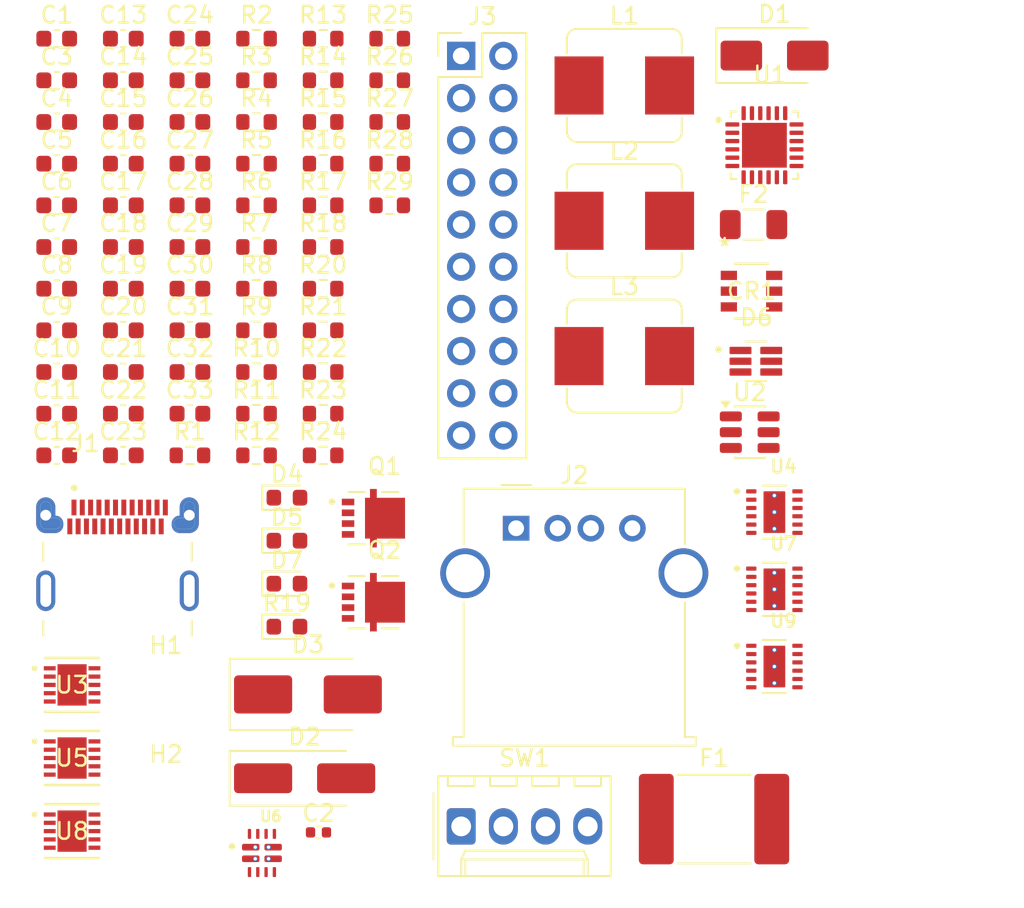
<source format=kicad_pcb>
(kicad_pcb (version 20241229) (generator "pcbnew") (generator_version "9.0")
  (layers (0 "F.Cu" signal) (2 "B.Cu" signal) (13 "F.Paste" user) (15 "B.Paste" user) (5 "F.SilkS" user "F.Silkscreen") (7 "B.SilkS" user "B.Silkscreen") (1 "F.Mask" user) (3 "B.Mask" user) (25 "Edge.Cuts" user))
  (net 0 "")
  (net 1 "Net-(C1-Pad1)")
  (net 2 "/VBUS_PD_PROT")
  (net 3 "Net-(D1-K)")
  (net 4 "GND")
  (net 5 "Net-(U1-VREG_2V7)")
  (net 6 "Net-(U1-VREG_1V2)")
  (net 7 "Net-(U1-VDD)")
  (net 8 "/VIN_AON")
  (net 9 "Net-(U4-SW)")
  (net 10 "Net-(U4-BOOT)")
  (net 11 "/VOUT1")
  (net 12 "+3V3_AON")
  (net 13 "Net-(C14-Pad1)")
  (net 14 "Net-(U4-FB)")
  (net 15 "/VBUS_PD_SYS")
  (net 16 "Net-(U7-SW)")
  (net 17 "Net-(U7-BOOT)")
  (net 18 "/VOUT2")
  (net 19 "+3V3_MAIN")
  (net 20 "Net-(C23-Pad1)")
  (net 21 "Net-(U7-FB)")
  (net 22 "Net-(U6-SS)")
  (net 23 "Net-(U9-BOOT)")
  (net 24 "Net-(U9-SW)")
  (net 25 "/VOUT3")
  (net 26 "+5V_MAIN")
  (net 27 "Net-(C33-Pad1)")
  (net 28 "Net-(U9-FB)")
  (net 29 "/CC1")
  (net 30 "/SBU2")
  (net 31 "/CC2")
  (net 32 "/SBU1")
  (net 33 "VBUS_PD_RAW")
  (net 34 "VBUS_PC_RAW")
  (net 35 "/PG_3V3_AON")
  (net 36 "/PG_3V3")
  (net 37 "Net-(D6-Pad4)")
  (net 38 "/PG_5V")
  (net 51 "Net-(J2-D-)")
  (net 52 "Net-(J2-D+)")
  (net 53 "/~{ALERT}")
  (net 54 "/D-")
  (net 55 "/SDA")
  (net 56 "/PG")
  (net 57 "/D+")
  (net 58 "/EN")
  (net 59 "/SCL")
  (net 60 "Net-(Q1-Pad4)")
  (net 61 "/VBUS_VS_DISCH")
  (net 62 "Net-(U1-VBUS_EN_SNK)")
  (net 63 "/RESET")
  (net 64 "/ADDR0")
  (net 65 "/ADDR1")
  (net 66 "Net-(U1-DISCH)")
  (net 67 "Net-(U6-OV1)")
  (net 68 "Net-(U6-OV2)")
  (net 69 "/VBUS_PC_SYS")
  (net 70 "Net-(U6-ILIM)")
  (net 71 "Net-(U9-PG)")
  (footprint "Resistor_SMD:R_0603_1608Metric" (layer "F.Cu") (at 155.495 66.59)
    (property "Reference" "R24" (at 0 -1.43 0) (layer "F.SilkS"))
    (property "Value" "1k")
    (pad "1" smd roundrect (at -0.825 0) (size 0.8 0.95) (layers "F.Cu" "F.Mask" "F.Paste") (net 25 "/VOUT3"))
    (pad "2" smd roundrect (at 0.825 0) (size 0.8 0.95) (layers "F.Cu" "F.Mask" "F.Paste") (net 27 "Net-(C33-Pad1)"))
  )
  (footprint "Capacitor_SMD:C_0603_1608Metric" (layer "F.Cu") (at 139.455 66.59)
    (property "Reference" "C12" (at 0 -1.43 0) (layer "F.SilkS"))
    (property "Value" "22u")
    (pad "1" smd roundrect (at -0.775 0) (size 0.9 0.95) (layers "F.Cu" "F.Mask" "F.Paste") (net 11 "/VOUT1"))
    (pad "2" smd roundrect (at 0.775 0) (size 0.9 0.95) (layers "F.Cu" "F.Mask" "F.Paste") (net 4 "GND"))
  )
  (footprint "Footprints:SOP65P222X120-6N" (layer "F.Cu") (at 181.545 60.92)
    (property "Reference" "D6" (at 0.037 -2.637 0) (layer "F.SilkS"))
    (property "Value" "BAT54TW-TP")
    (pad "1" smd roundrect (at -0.925 -0.65) (size 1.32 0.44) (layers "F.Cu" "F.Mask" "F.Paste") (roundrect_rratio 0.125) (net 35 "/PG_3V3_AON"))
    (pad "2" smd roundrect (at -0.925 0) (size 1.32 0.44) (layers "F.Cu" "F.Mask" "F.Paste") (roundrect_rratio 0.125) (net 38 "/PG_5V"))
    (pad "3" smd roundrect (at -0.925 0.65) (size 1.32 0.44) (layers "F.Cu" "F.Mask" "F.Paste") (roundrect_rratio 0.125) (net 36 "/PG_3V3"))
    (pad "4" smd roundrect (at 0.925 0.65) (size 1.32 0.44) (layers "F.Cu" "F.Mask" "F.Paste") (roundrect_rratio 0.125) (net 37 "Net-(D6-Pad4)"))
    (pad "5" smd roundrect (at 0.925 0) (size 1.32 0.44) (layers "F.Cu" "F.Mask" "F.Paste") (roundrect_rratio 0.125) (net 37 "Net-(D6-Pad4)"))
    (pad "6" smd roundrect (at 0.925 -0.65) (size 1.32 0.44) (layers "F.Cu" "F.Mask" "F.Paste") (roundrect_rratio 0.125) (net 37 "Net-(D6-Pad4)"))
  )
  (footprint "Footprints:CONV_LMR51450SDRRR" (layer "F.Cu") (at 182.66 70.01)
    (property "Reference" "U4" (at 0.55 -2.75 0) (layer "F.SilkS") (effects (font (size 0.787402 0.787402))))
    (property "Value" "LMR51450SDRRR")
    (pad "1" smd roundrect (at -1.39 -1.25) (size 0.62 0.25) (layers "F.Cu" "F.Paste") (roundrect_rratio 0.2) (net 9 "Net-(U4-SW)"))
    (pad "2" smd roundrect (at -1.39 -0.75) (size 0.62 0.25) (layers "F.Cu" "F.Paste") (roundrect_rratio 0.2) (net 9 "Net-(U4-SW)"))
    (pad "3" smd roundrect (at -1.39 -0.25) (size 0.62 0.25) (layers "F.Cu" "F.Paste") (roundrect_rratio 0.2) (net 9 "Net-(U4-SW)"))
    (pad "4" smd roundrect (at -1.39 0.25) (size 0.62 0.25) (layers "F.Cu" "F.Paste") (roundrect_rratio 0.2) (net 10 "Net-(U4-BOOT)"))
    (pad "5" smd roundrect (at -1.39 0.75) (size 0.62 0.25) (layers "F.Cu" "F.Paste") (roundrect_rratio 0.2) (net 35 "/PG_3V3_AON"))
    (pad "6" smd roundrect (at -1.39 1.25) (size 0.62 0.25) (layers "F.Cu" "F.Paste") (roundrect_rratio 0.2))
    (pad "7" smd roundrect (at 1.39 1.25) (size 0.62 0.25) (layers "F.Cu" "F.Paste") (roundrect_rratio 0.2) (net 14 "Net-(U4-FB)"))
    (pad "8" smd roundrect (at 1.39 0.75) (size 0.62 0.25) (layers "F.Cu" "F.Paste") (roundrect_rratio 0.2) (net 4 "GND"))
    (pad "9" smd roundrect (at 1.39 0.25) (size 0.62 0.25) (layers "F.Cu" "F.Paste") (roundrect_rratio 0.2) (net 8 "/VIN_AON"))
    (pad "10" smd roundrect (at 1.39 -0.25) (size 0.62 0.25) (layers "F.Cu" "F.Paste") (roundrect_rratio 0.2) (net 8 "/VIN_AON"))
    (pad "11" smd roundrect (at 1.39 -0.75) (size 0.62 0.25) (layers "F.Cu" "F.Paste") (roundrect_rratio 0.2) (net 8 "/VIN_AON"))
    (pad "12" smd roundrect (at 1.39 -1.25) (size 0.62 0.25) (layers "F.Cu" "F.Paste") (roundrect_rratio 0.2) (net 8 "/VIN_AON"))
    (pad "13" smd custom (at 0 0) (size 0.5 0.5) (layers "F.Cu") (net 4 "GND") (options (clearance outline) (anchor rect)) (primitives (gr_poly (pts (xy -0.65 -1.2) (xy -0.65 1.2) (xy -0.65 1.203) (xy -0.65 1.205) (xy -0.649 1.208) (xy -0.649 1.21) (xy -0.648 1.213) (xy -0.648 1.215) (xy -0.647 1.218) (xy -0.646 1.22) (xy -0.645 1.223) (xy -0.643 1.225) (xy -0.642 1.227) (xy -0.64 1.229) (xy -0.639 1.231) (xy -0.637 1.233) (xy -0.635 1.235) (xy -0.633 1.237) (xy -0.631 1.239) (xy -0.629 1.24) (xy -0.627 1.242) (xy -0.625 1.243) (xy -0.623 1.245) (xy -0.62 1.246) (xy -0.618 1.247) (xy -0.615 1.248) (xy -0.613 1.248) (xy -0.61 1.249) (xy -0.608 1.249) (xy -0.605 1.25) (xy -0.603 1.25) (xy -0.6 1.25) (xy 0.6 1.25) (xy 0.603 1.25) (xy 0.605 1.25) (xy 0.608 1.249) (xy 0.61 1.249) (xy 0.613 1.248) (xy 0.615 1.248) (xy 0.618 1.247) (xy 0.62 1.246) (xy 0.623 1.245) (xy 0.625 1.243) (xy 0.627 1.242) (xy 0.629 1.24) (xy 0.631 1.239) (xy 0.633 1.237) (xy 0.635 1.235) (xy 0.637 1.233) (xy 0.639 1.231) (xy 0.64 1.229) (xy 0.642 1.227) (xy 0.643 1.225) (xy 0.645 1.223) (xy 0.646 1.22) (xy 0.647 1.218) (xy 0.648 1.215) (xy 0.648 1.213) (xy 0.649 1.21) (xy 0.649 1.208) (xy 0.65 1.205) (xy 0.65 1.203) (xy 0.65 1.2) (xy 0.65 -1.2) (xy 0.65 -1.203) (xy 0.65 -1.205) (xy 0.649 -1.208) (xy 0.649 -1.21) (xy 0.648 -1.213) (xy 0.648 -1.215) (xy 0.647 -1.218) (xy 0.646 -1.22) (xy 0.645 -1.223) (xy 0.643 -1.225) (xy 0.642 -1.227) (xy 0.64 -1.229) (xy 0.639 -1.231) (xy 0.637 -1.233) (xy 0.635 -1.235) (xy 0.633 -1.237) (xy 0.631 -1.239) (xy 0.629 -1.24) (xy 0.627 -1.242) (xy 0.625 -1.243) (xy 0.623 -1.245) (xy 0.62 -1.246) (xy 0.618 -1.247) (xy 0.615 -1.248) (xy 0.613 -1.248) (xy 0.61 -1.249) (xy 0.608 -1.249) (xy 0.605 -1.25) (xy 0.603 -1.25) (xy 0.6 -1.25) (xy -0.6 -1.25) (xy -0.603 -1.25) (xy -0.605 -1.25) (xy -0.608 -1.249) (xy -0.61 -1.249) (xy -0.613 -1.248) (xy -0.615 -1.248) (xy -0.618 -1.247) (xy -0.62 -1.246) (xy -0.623 -1.245) (xy -0.625 -1.243) (xy -0.627 -1.242) (xy -0.629 -1.24) (xy -0.631 -1.239) (xy -0.633 -1.237) (xy -0.635 -1.235) (xy -0.637 -1.233) (xy -0.639 -1.231) (xy -0.64 -1.229) (xy -0.642 -1.227) (xy -0.643 -1.225) (xy -0.645 -1.223) (xy -0.646 -1.22) (xy -0.647 -1.218) (xy -0.648 -1.215) (xy -0.648 -1.213) (xy -0.649 -1.21) (xy -0.649 -1.208) (xy -0.65 -1.205) (xy -0.65 -1.203) (xy -0.65 -1.2)) (width 0.01) (fill yes))))
    (pad "14" thru_hole circle (at 0 -1) (size 0.3 0.3) (drill 0.2) (layers "*.Cu"))
    (pad "15" thru_hole circle (at 0 0) (size 0.3 0.3) (drill 0.2) (layers "*.Cu"))
    (pad "16" thru_hole circle (at 0 1) (size 0.3 0.3) (drill 0.2) (layers "*.Cu"))
  )
  (footprint "Capacitor_SMD:C_0603_1608Metric" (layer "F.Cu") (at 143.465 64.08)
    (property "Reference" "C22" (at 0 -1.43 0) (layer "F.SilkS"))
    (property "Value" "22u")
    (pad "1" smd roundrect (at -0.775 0) (size 0.9 0.95) (layers "F.Cu" "F.Mask" "F.Paste") (net 19 "+3V3_MAIN"))
    (pad "2" smd roundrect (at 0.775 0) (size 0.9 0.95) (layers "F.Cu" "F.Mask" "F.Paste") (net 4 "GND"))
  )
  (footprint "Capacitor_SMD:C_0603_1608Metric" (layer "F.Cu") (at 139.455 46.51)
    (property "Reference" "C4" (at 0 -1.43 0) (layer "F.SilkS"))
    (property "Value" "1u")
    (pad "1" smd roundrect (at -0.775 0) (size 0.9 0.95) (layers "F.Cu" "F.Mask" "F.Paste") (net 6 "Net-(U1-VREG_1V2)"))
    (pad "2" smd roundrect (at 0.775 0) (size 0.9 0.95) (layers "F.Cu" "F.Mask" "F.Paste") (net 4 "GND"))
  )
  (footprint "Resistor_SMD:R_0603_1608Metric" (layer "F.Cu") (at 151.485 54.04)
    (property "Reference" "R7" (at 0 -1.43 0) (layer "F.SilkS"))
    (property "Value" "10k")
    (pad "1" smd roundrect (at -0.825 0) (size 0.8 0.95) (layers "F.Cu" "F.Mask" "F.Paste") (net 4 "GND"))
    (pad "2" smd roundrect (at 0.825 0) (size 0.8 0.95) (layers "F.Cu" "F.Mask" "F.Paste") (net 64 "/ADDR0"))
  )
  (footprint "Capacitor_SMD:C_0603_1608Metric" (layer "F.Cu") (at 143.465 44)
    (property "Reference" "C14" (at 0 -1.43 0) (layer "F.SilkS"))
    (property "Value" "33p")
    (pad "1" smd roundrect (at -0.775 0) (size 0.9 0.95) (layers "F.Cu" "F.Mask" "F.Paste") (net 13 "Net-(C14-Pad1)"))
    (pad "2" smd roundrect (at 0.775 0) (size 0.9 0.95) (layers "F.Cu" "F.Mask" "F.Paste") (net 14 "Net-(U4-FB)"))
  )
  (footprint "Connector_Molex:Molex_KK-254_AE-6410-04A_1x04_P2.54mm_Vertical" (layer "F.Cu") (at 163.805 88.94)
    (property "Reference" "SW1" (at 3.81 -4.12 0) (layer "F.SilkS"))
    (property "Value" "SW_DPST")
    (pad "1" thru_hole roundrect (at 0 0) (size 1.74 2.19) (drill 1.19) (layers "*.Cu" "*.Mask") (roundrect_rratio 0.143678) (net 34 "VBUS_PC_RAW"))
    (pad "2" thru_hole oval (at 2.54 0) (size 1.74 2.19) (drill 1.19) (layers "*.Cu" "*.Mask") (net 69 "/VBUS_PC_SYS"))
    (pad "3" thru_hole oval (at 5.08 0) (size 1.74 2.19) (drill 1.19) (layers "*.Cu" "*.Mask") (net 2 "/VBUS_PD_PROT"))
    (pad "4" thru_hole oval (at 7.62 0) (size 1.74 2.19) (drill 1.19) (layers "*.Cu" "*.Mask") (net 15 "/VBUS_PD_SYS"))
  )
  (footprint "Resistor_SMD:R_0603_1608Metric" (layer "F.Cu") (at 151.485 66.59)
    (property "Reference" "R12" (at 0 -1.43 0) (layer "F.SilkS"))
    (property "Value" "100k")
    (pad "1" smd roundrect (at -0.825 0) (size 0.8 0.95) (layers "F.Cu" "F.Mask" "F.Paste") (net 35 "/PG_3V3_AON"))
    (pad "2" smd roundrect (at 0.825 0) (size 0.8 0.95) (layers "F.Cu" "F.Mask" "F.Paste") (net 11 "/VOUT1"))
  )
  (footprint "Capacitor_SMD:C_0603_1608Metric" (layer "F.Cu") (at 147.475 44)
    (property "Reference" "C25" (at 0 -1.43 0) (layer "F.SilkS"))
    (property "Value" "4u7")
    (pad "1" smd roundrect (at -0.775 0) (size 0.9 0.95) (layers "F.Cu" "F.Mask" "F.Paste") (net 15 "/VBUS_PD_SYS"))
    (pad "2" smd roundrect (at 0.775 0) (size 0.9 0.95) (layers "F.Cu" "F.Mask" "F.Paste") (net 4 "GND"))
  )
  (footprint "Capacitor_SMD:C_0603_1608Metric" (layer "F.Cu") (at 147.475 41.49)
    (property "Reference" "C24" (at 0 -1.43 0) (layer "F.SilkS"))
    (property "Value" "1u")
    (pad "1" smd roundrect (at -0.775 0) (size 0.9 0.95) (layers "F.Cu" "F.Mask" "F.Paste") (net 22 "Net-(U6-SS)"))
    (pad "2" smd roundrect (at 0.775 0) (size 0.9 0.95) (layers "F.Cu" "F.Mask" "F.Paste") (net 4 "GND"))
  )
  (footprint "Capacitor_SMD:C_0603_1608Metric" (layer "F.Cu") (at 143.465 54.04)
    (property "Reference" "C18" (at 0 -1.43 0) (layer "F.SilkS"))
    (property "Value" "100n")
    (pad "1" smd roundrect (at -0.775 0) (size 0.9 0.95) (layers "F.Cu" "F.Mask" "F.Paste") (net 16 "Net-(U7-SW)"))
    (pad "2" smd roundrect (at 0.775 0) (size 0.9 0.95) (layers "F.Cu" "F.Mask" "F.Paste") (net 17 "Net-(U7-BOOT)"))
  )
  (footprint "Capacitor_SMD:C_0603_1608Metric" (layer "F.Cu") (at 147.475 49.02)
    (property "Reference" "C27" (at 0 -1.43 0) (layer "F.SilkS"))
    (property "Value" "100n")
    (pad "1" smd roundrect (at -0.775 0) (size 0.9 0.95) (layers "F.Cu" "F.Mask" "F.Paste") (net 15 "/VBUS_PD_SYS"))
    (pad "2" smd roundrect (at 0.775 0) (size 0.9 0.95) (layers "F.Cu" "F.Mask" "F.Paste") (net 4 "GND"))
  )
  (footprint "Resistor_SMD:R_0603_1608Metric" (layer "F.Cu") (at 155.495 61.57)
    (property "Reference" "R22" (at 0 -1.43 0) (layer "F.SilkS"))
    (property "Value" "31k6")
    (pad "1" smd roundrect (at -0.825 0) (size 0.8 0.95) (layers "F.Cu" "F.Mask" "F.Paste") (net 21 "Net-(U7-FB)"))
    (pad "2" smd roundrect (at 0.825 0) (size 0.8 0.95) (layers "F.Cu" "F.Mask" "F.Paste") (net 4 "GND"))
  )
  (footprint "Capacitor_SMD:C_0603_1608Metric" (layer "F.Cu") (at 139.455 61.57)
    (property "Reference" "C10" (at 0 -1.43 0) (layer "F.SilkS"))
    (property "Value" "47u")
    (pad "1" smd roundrect (at -0.775 0) (size 0.9 0.95) (layers "F.Cu" "F.Mask" "F.Paste") (net 11 "/VOUT1"))
    (pad "2" smd roundrect (at 0.775 0) (size 0.9 0.95) (layers "F.Cu" "F.Mask" "F.Paste") (net 4 "GND"))
  )
  (footprint "MountingHole:MountingHole_2.5mm" (layer "F.Cu") (at 146.035 88.04)
    (property "Reference" "H2" (at 0 -3.45 0) (layer "F.SilkS"))
    (property "Value" "MountingHole")
    (pad "" np_thru_hole circle (at 0 0) (size 2.5 2.5) (drill 2.5) (layers "*.Cu" "*.Mask"))
  )
  (footprint "Resistor_SMD:R_0603_1608Metric" (layer "F.Cu") (at 151.485 51.53)
    (property "Reference" "R6" (at 0 -1.43 0) (layer "F.SilkS"))
    (property "Value" "10k")
    (pad "1" smd roundrect (at -0.825 0) (size 0.8 0.95) (layers "F.Cu" "F.Mask" "F.Paste") (net 4 "GND"))
    (pad "2" smd roundrect (at 0.825 0) (size 0.8 0.95) (layers "F.Cu" "F.Mask" "F.Paste") (net 63 "/RESET"))
  )
  (footprint "Resistor_SMD:R_0603_1608Metric" (layer "F.Cu") (at 147.475 66.59)
    (property "Reference" "R1" (at 0 -1.43 0) (layer "F.SilkS"))
    (property "Value" "100k")
    (pad "1" smd roundrect (at -0.825 0) (size 0.8 0.95) (layers "F.Cu" "F.Mask" "F.Paste") (net 60 "Net-(Q1-Pad4)"))
    (pad "2" smd roundrect (at 0.825 0) (size 0.8 0.95) (layers "F.Cu" "F.Mask" "F.Paste") (net 7 "Net-(U1-VDD)"))
  )
  (footprint "Resistor_SMD:R_0603_1608Metric" (layer "F.Cu") (at 151.485 49.02)
    (property "Reference" "R5" (at 0 -1.43 0) (layer "F.SilkS"))
    (property "Value" "22k")
    (pad "1" smd roundrect (at -0.825 0) (size 0.8 0.95) (layers "F.Cu" "F.Mask" "F.Paste") (net 62 "Net-(U1-VBUS_EN_SNK)"))
    (pad "2" smd roundrect (at 0.825 0) (size 0.8 0.95) (layers "F.Cu" "F.Mask" "F.Paste") (net 60 "Net-(Q1-Pad4)"))
  )
  (footprint "Capacitor_SMD:C_0603_1608Metric" (layer "F.Cu") (at 147.475 51.53)
    (property "Reference" "C28" (at 0 -1.43 0) (layer "F.SilkS"))
    (property "Value" "100n")
    (pad "1" smd roundrect (at -0.775 0) (size 0.9 0.95) (layers "F.Cu" "F.Mask" "F.Paste") (net 24 "Net-(U9-SW)"))
    (pad "2" smd roundrect (at 0.775 0) (size 0.9 0.95) (layers "F.Cu" "F.Mask" "F.Paste") (net 23 "Net-(U9-BOOT)"))
  )
  (footprint "Resistor_SMD:R_0603_1608Metric" (layer "F.Cu") (at 159.505 49.02)
    (property "Reference" "R28" (at 0 -1.43 0) (layer "F.SilkS"))
    (property "Value" "10k")
    (pad "1" smd roundrect (at -0.825 0) (size 0.8 0.95) (layers "F.Cu" "F.Mask" "F.Paste") (net 71 "Net-(U9-PG)"))
    (pad "2" smd roundrect (at 0.825 0) (size 0.8 0.95) (layers "F.Cu" "F.Mask" "F.Paste") (net 38 "/PG_5V"))
  )
  (footprint "Capacitor_SMD:C_0603_1608Metric" (layer "F.Cu") (at 147.475 56.55)
    (property "Reference" "C30" (at 0 -1.43 0) (layer "F.SilkS"))
    (property "Value" "33u")
    (pad "1" smd roundrect (at -0.775 0) (size 0.9 0.95) (layers "F.Cu" "F.Mask" "F.Paste") (net 25 "/VOUT3"))
    (pad "2" smd roundrect (at 0.775 0) (size 0.9 0.95) (layers "F.Cu" "F.Mask" "F.Paste") (net 4 "GND"))
  )
  (footprint "Capacitor_SMD:C_0603_1608Metric" (layer "F.Cu") (at 143.465 61.57)
    (property "Reference" "C21" (at 0 -1.43 0) (layer "F.SilkS"))
    (property "Value" "22u")
    (pad "1" smd roundrect (at -0.775 0) (size 0.9 0.95) (layers "F.Cu" "F.Mask" "F.Paste") (net 18 "/VOUT2"))
    (pad "2" smd roundrect (at 0.775 0) (size 0.9 0.95) (layers "F.Cu" "F.Mask" "F.Paste") (net 4 "GND"))
  )
  (footprint "Resistor_SMD:R_0603_1608Metric" (layer "F.Cu") (at 155.495 51.53)
    (property "Reference" "R17" (at 0 -1.43 0) (layer "F.SilkS"))
    (property "Value" "18k")
    (pad "1" smd roundrect (at -0.825 0) (size 0.8 0.95) (layers "F.Cu" "F.Mask" "F.Paste") (net 69 "/VBUS_PC_SYS"))
    (pad "2" smd roundrect (at 0.825 0) (size 0.8 0.95) (layers "F.Cu" "F.Mask" "F.Paste") (net 68 "Net-(U6-OV2)"))
  )
  (footprint "Connector_USB:USB_A_Molex_67643_Horizontal" (layer "F.Cu") (at 167.113208 70.98)
    (property "Reference" "J2" (at 3.5 -3.19 0) (layer "F.SilkS"))
    (property "Value" "USB_A")
    (pad "1" thru_hole rect (at 0 0) (size 1.6 1.5) (drill 0.95) (layers "*.Cu" "*.Mask") (net 34 "VBUS_PC_RAW"))
    (pad "2" thru_hole circle (at 2.5 0) (size 1.6 1.6) (drill 0.95) (layers "*.Cu" "*.Mask") (net 51 "Net-(J2-D-)"))
    (pad "3" thru_hole circle (at 4.5 0) (size 1.6 1.6) (drill 0.95) (layers "*.Cu" "*.Mask") (net 52 "Net-(J2-D+)"))
    (pad "4" thru_hole circle (at 7 0) (size 1.6 1.6) (drill 0.95) (layers "*.Cu" "*.Mask") (net 4 "GND"))
    (pad "5" thru_hole circle (at -3.07 2.71) (size 3 3) (drill 2.3) (layers "*.Cu" "*.Mask") (net 4 "GND"))
    (pad "5" thru_hole circle (at 10.07 2.71) (size 3 3) (drill 2.3) (layers "*.Cu" "*.Mask") (net 4 "GND"))
  )
  (footprint "Capacitor_SMD:C_0603_1608Metric" (layer "F.Cu") (at 139.455 64.08)
    (property "Reference" "C11" (at 0 -1.43 0) (layer "F.SilkS"))
    (property "Value" "47u")
    (pad "1" smd roundrect (at -0.775 0) (size 0.9 0.95) (layers "F.Cu" "F.Mask" "F.Paste") (net 11 "/VOUT1"))
    (pad "2" smd roundrect (at 0.775 0) (size 0.9 0.95) (layers "F.Cu" "F.Mask" "F.Paste") (net 4 "GND"))
  )
  (footprint "Capacitor_SMD:C_0603_1608Metric" (layer "F.Cu") (at 143.465 41.49)
    (property "Reference" "C13" (at 0 -1.43 0) (layer "F.SilkS"))
    (property "Value" "22u")
    (pad "1" smd roundrect (at -0.775 0) (size 0.9 0.95) (layers "F.Cu" "F.Mask" "F.Paste") (net 12 "+3V3_AON"))
    (pad "2" smd roundrect (at 0.775 0) (size 0.9 0.95) (layers "F.Cu" "F.Mask" "F.Paste") (net 4 "GND"))
  )
  (footprint "Capacitor_SMD:C_0603_1608Metric" (layer "F.Cu") (at 147.475 46.51)
    (property "Reference" "C26" (at 0 -1.43 0) (layer "F.SilkS"))
    (property "Value" "4u7")
    (pad "1" smd roundrect (at -0.775 0) (size 0.9 0.95) (layers "F.Cu" "F.Mask" "F.Paste") (net 15 "/VBUS_PD_SYS"))
    (pad "2" smd roundrect (at 0.775 0) (size 0.9 0.95) (layers "F.Cu" "F.Mask" "F.Paste") (net 4 "GND"))
  )
  (footprint "Footprints:DFN_4SPUR_STM-L" (layer "F.Cu") (at 140.380526 80.4168)
    (property "Reference" "U3" (at 0 0 0) (layer "F.SilkS"))
    (property "Value" "STEF4SPUR")
    (pad "1" smd rect (at -1.3462 -1.000252) (size 0.7112 0.254) (layers "F.Cu" "F.Mask" "F.Paste") (net 11 "/VOUT1"))
    (pad "2" smd rect (at -1.3462 -0.500126) (size 0.7112 0.254) (layers "F.Cu" "F.Mask" "F.Paste") (net 11 "/VOUT1"))
    (pad "3" smd rect (at -1.3462 0) (size 0.7112 0.254) (layers "F.Cu" "F.Mask" "F.Paste") (net 11 "/VOUT1"))
    (pad "4" smd rect (at -1.3462 0.500126) (size 0.7112 0.254) (layers "F.Cu" "F.Mask" "F.Paste") (net 4 "GND"))
    (pad "5" smd rect (at -1.3462 1.000252) (size 0.7112 0.254) (layers "F.Cu" "F.Mask" "F.Paste") (net 4 "GND"))
    (pad "6" smd rect (at 1.3462 1.000252) (size 0.7112 0.254) (layers "F.Cu" "F.Mask" "F.Paste") (net 4 "GND"))
    (pad "7" smd rect (at 1.3462 0.500126) (size 0.7112 0.254) (layers "F.Cu" "F.Mask" "F.Paste") (net 11 "/VOUT1"))
    (pad "8" smd rect (at 1.3462 0) (size 0.7112 0.254) (layers "F.Cu" "F.Mask" "F.Paste") (net 12 "+3V3_AON"))
    (pad "9" smd rect (at 1.3462 -0.500126) (size 0.7112 0.254) (layers "F.Cu" "F.Mask" "F.Paste") (net 12 "+3V3_AON"))
    (pad "10" smd rect (at 1.3462 -1.000252) (size 0.7112 0.254) (layers "F.Cu" "F.Mask" "F.Paste") (net 12 "+3V3_AON"))
    (pad "11" smd rect (at 0 0) (size 1.7526 2.4892) (layers "F.Cu" "F.Mask" "F.Paste") (net 4 "GND"))
  )
  (footprint "Resistor_SMD:R_0603_1608Metric" (layer "F.Cu") (at 155.495 59.06)
    (property "Reference" "R21" (at 0 -1.43 0) (layer "F.SilkS"))
    (property "Value" "100k")
    (pad "1" smd roundrect (at -0.825 0) (size 0.8 0.95) (layers "F.Cu" "F.Mask" "F.Paste") (net 36 "/PG_3V3"))
    (pad "2" smd roundrect (at 0.825 0) (size 0.8 0.95) (layers "F.Cu" "F.Mask" "F.Paste") (net 18 "/VOUT2"))
  )
  (footprint "Resistor_SMD:R_0603_1608Metric" (layer "F.Cu") (at 159.505 46.51)
    (property "Reference" "R27" (at 0 -1.43 0) (layer "F.SilkS"))
    (property "Value" "19k1")
    (pad "1" smd roundrect (at -0.825 0) (size 0.8 0.95) (layers "F.Cu" "F.Mask" "F.Paste") (net 28 "Net-(U9-FB)"))
    (pad "2" smd roundrect (at 0.825 0) (size 0.8 0.95) (layers "F.Cu" "F.Mask" "F.Paste") (net 4 "GND"))
  )
  (footprint "Footprints:TE_2345986-1" (layer "F.Cu") (at 143.115 73.495)
    (property "Reference" "J1" (at -1.925 -7.625 0) (layer "F.SilkS"))
    (property "Value" "2345986-1")
    (fp_line (start -4.645 -2.8) (end -4.645 -3.8) (stroke (width 0.01)) (layer "Edge.Cuts"))
    (fp_line (start -3.995 -3.8) (end -3.995 -3.125) (stroke (width 0.01)) (layer "Edge.Cuts"))
    (fp_line (start -3.995 -3.125) (end -3.72 -3.125) (stroke (width 0.01)) (layer "Edge.Cuts"))
    (fp_line (start -3.72 -2.475) (end -4.32 -2.475) (stroke (width 0.01)) (layer "Edge.Cuts"))
    (fp_line (start 3.72 -2.475) (end 4.32 -2.475) (stroke (width 0.01)) (layer "Edge.Cuts"))
    (fp_line (start 3.995 -3.8) (end 3.995 -3.125) (stroke (width 0.01)) (layer "Edge.Cuts"))
    (fp_line (start 3.995 -3.125) (end 3.72 -3.125) (stroke (width 0.01)) (layer "Edge.Cuts"))
    (fp_line (start 4.645 -2.8) (end 4.645 -3.8) (stroke (width 0.01)) (layer "Edge.Cuts"))
    (fp_arc (start -4.645 -3.8) (mid -4.54981 -4.02981) (end -4.32 -4.125) (stroke (width 0.01)) (layer "Edge.Cuts"))
    (fp_arc (start -4.32 -4.125) (mid -4.09019 -4.02981) (end -3.995 -3.8) (stroke (width 0.01)) (layer "Edge.Cuts"))
    (fp_arc (start -4.32 -2.475) (mid -4.54981 -2.57019) (end -4.645 -2.8) (stroke (width 0.01)) (layer "Edge.Cuts"))
    (fp_arc (start -3.72 -3.125) (mid -3.49019 -3.02981) (end -3.395 -2.8) (stroke (width 0.01)) (layer "Edge.Cuts"))
    (fp_arc (start -3.395 -2.8) (mid -3.49019 -2.57019) (end -3.72 -2.475) (stroke (width 0.01)) (layer "Edge.Cuts"))
    (fp_arc (start 3.395 -2.8) (mid 3.49019 -3.02981) (end 3.72 -3.125) (stroke (width 0.01)) (layer "Edge.Cuts"))
    (fp_arc (start 3.72 -2.475) (mid 3.49019 -2.57019) (end 3.395 -2.8) (stroke (width 0.01)) (layer "Edge.Cuts"))
    (fp_arc (start 3.995 -3.8) (mid 4.09019 -4.02981) (end 4.32 -4.125) (stroke (width 0.01)) (layer "Edge.Cuts"))
    (fp_arc (start 4.32 -4.125) (mid 4.54981 -4.02981) (end 4.645 -3.8) (stroke (width 0.01)) (layer "Edge.Cuts"))
    (fp_arc (start 4.645 -2.8) (mid 4.54981 -2.57019) (end 4.32 -2.475) (stroke (width 0.01)) (layer "Edge.Cuts"))
    (pad "" np_thru_hole circle (at -3.4 -1.95) (size 0.55 0.55) (drill 0.55) (layers "*.Cu" "*.Mask"))
    (pad "" np_thru_hole circle (at 3.4 -1.95) (size 0.55 0.55) (drill 0.55) (layers "*.Cu" "*.Mask"))
    (pad "A1" smd rect (at -2.62 -3.765) (size 0.3 0.95) (layers "F.Cu" "F.Mask" "F.Paste") (net 4 "GND"))
    (pad "A2" smd rect (at -2.12 -3.765) (size 0.3 0.95) (layers "F.Cu" "F.Mask" "F.Paste"))
    (pad "A3" smd rect (at -1.62 -3.765) (size 0.3 0.95) (layers "F.Cu" "F.Mask" "F.Paste"))
    (pad "A4" smd rect (at -1.12 -3.765) (size 0.3 0.95) (layers "F.Cu" "F.Mask" "F.Paste") (net 33 "VBUS_PD_RAW"))
    (pad "A5" smd rect (at -0.62 -3.765) (size 0.3 0.95) (layers "F.Cu" "F.Mask" "F.Paste") (net 29 "/CC1"))
    (pad "A6" smd rect (at -0.12 -3.765) (size 0.3 0.95) (layers "F.Cu" "F.Mask" "F.Paste"))
    (pad "A7" smd rect (at 0.38 -3.765) (size 0.3 0.95) (layers "F.Cu" "F.Mask" "F.Paste"))
    (pad "A8" smd rect (at 0.88 -3.765) (size 0.3 0.95) (layers "F.Cu" "F.Mask" "F.Paste") (net 32 "/SBU1"))
    (pad "A9" smd rect (at 1.38 -3.765) (size 0.3 0.95) (layers "F.Cu" "F.Mask" "F.Paste") (net 33 "VBUS_PD_RAW"))
    (pad "A10" smd rect (at 1.88 -3.765) (size 0.3 0.95) (layers "F.Cu" "F.Mask" "F.Paste"))
    (pad "A11" smd rect (at 2.38 -3.765) (size 0.3 0.95) (layers "F.Cu" "F.Mask" "F.Paste"))
    (pad "A12" smd rect (at 2.88 -3.765) (size 0.3 0.95) (layers "F.Cu" "F.Mask" "F.Paste") (net 4 "GND"))
    (pad "B1" smd rect (at 2.63 -2.625) (size 0.3 0.95) (layers "F.Cu" "F.Mask" "F.Paste") (net 4 "GND"))
    (pad "B2" smd rect (at 2.13 -2.625) (size 0.3 0.95) (layers "F.Cu" "F.Mask" "F.Paste"))
    (pad "B3" smd rect (at 1.63 -2.625) (size 0.3 0.95) (layers "F.Cu" "F.Mask" "F.Paste"))
    (pad "B4" smd rect (at 1.13 -2.625) (size 0.3 0.95) (layers "F.Cu" "F.Mask" "F.Paste") (net 33 "VBUS_PD_RAW"))
    (pad "B5" smd rect (at 0.63 -2.625) (size 0.3 0.95) (layers "F.Cu" "F.Mask" "F.Paste") (net 31 "/CC2"))
    (pad "B6" smd rect (at 0.13 -2.625) (size 0.3 0.95) (layers "F.Cu" "F.Mask" "F.Paste"))
    (pad "B7" smd rect (at -0.37 -2.625) (size 0.3 0.95) (layers "F.Cu" "F.Mask" "F.Paste"))
    (pad "B8" smd rect (at -0.87 -2.625) (size 0.3 0.95) (layers "F.Cu" "F.Mask" "F.Paste") (net 30 "/SBU2"))
    (pad "B9" smd rect (at -1.37 -2.625) (size 0.3 0.95) (layers "F.Cu" "F.Mask" "F.Paste") (net 33 "VBUS_PD_RAW"))
    (pad "B10" smd rect (at -1.87 -2.625) (size 0.3 0.95) (layers "F.Cu" "F.Mask" "F.Paste"))
    (pad "B11" smd rect (at -2.37 -2.625) (size 0.3 0.95) (layers "F.Cu" "F.Mask" "F.Paste"))
    (pad "B12" smd rect (at -2.87 -2.625) (size 0.3 0.95) (layers "F.Cu" "F.Mask" "F.Paste") (net 4 "GND"))
    (pad "SH1" thru_hole custom (at -4.32 -3.3) (size 1.14 1.14) (drill 0.65) (layers "*.Cu") (net 4 "GND") (options (clearance outline) (anchor circle)) (primitives (gr_poly (pts (xy -0.57 0.5) (xy -0.57 -0.5) (xy -0.569 -0.53) (xy -0.567 -0.56) (xy -0.563 -0.589) (xy -0.558 -0.619) (xy -0.551 -0.648) (xy -0.542 -0.676) (xy -0.532 -0.704) (xy -0.521 -0.732) (xy -0.508 -0.759) (xy -0.494 -0.785) (xy -0.478 -0.81) (xy -0.461 -0.835) (xy -0.443 -0.859) (xy -0.424 -0.881) (xy -0.403 -0.903) (xy -0.381 -0.924) (xy -0.359 -0.943) (xy -0.335 -0.961) (xy -0.31 -0.978) (xy -0.285 -0.994) (xy -0.259 -1.008) (xy -0.232 -1.021) (xy -0.204 -1.032) (xy -0.176 -1.042) (xy -0.148 -1.051) (xy -0.119 -1.058) (xy -0.089 -1.063) (xy -0.06 -1.067) (xy -0.03 -1.069) (xy 0 -1.07) (xy 0.03 -1.069) (xy 0.06 -1.067) (xy 0.089 -1.063) (xy 0.119 -1.058) (xy 0.148 -1.051) (xy 0.176 -1.042) (xy 0.204 -1.032) (xy 0.232 -1.021) (xy 0.259 -1.008) (xy 0.285 -0.994) (xy 0.31 -0.978) (xy 0.335 -0.961) (xy 0.359 -0.943) (xy 0.381 -0.924) (xy 0.403 -0.903) (xy 0.424 -0.881) (xy 0.443 -0.859) (xy 0.461 -0.835) (xy 0.478 -0.81) (xy 0.494 -0.785) (xy 0.508 -0.759) (xy 0.521 -0.732) (xy 0.532 -0.704) (xy 0.542 -0.676) (xy 0.551 -0.648) (xy 0.558 -0.619) (xy 0.563 -0.589) (xy 0.567 -0.56) (xy 0.569 -0.53) (xy 0.57 -0.5) (xy 0.57 0.03) (xy 0.577 0.03) (xy 0.602 0.031) (xy 0.627 0.033) (xy 0.651 0.036) (xy 0.675 0.04) (xy 0.699 0.046) (xy 0.723 0.053) (xy 0.746 0.061) (xy 0.769 0.071) (xy 0.791 0.081) (xy 0.812 0.093) (xy 0.833 0.106) (xy 0.854 0.12) (xy 0.873 0.135) (xy 0.892 0.151) (xy 0.91 0.168) (xy 0.927 0.186) (xy 0.943 0.204) (xy 0.958 0.224) (xy 0.972 0.244) (xy 0.985 0.265) (xy 0.996 0.287) (xy 1.007 0.309) (xy 1.016 0.332) (xy 1.024 0.355) (xy 1.031 0.378) (xy 1.037 0.402) (xy 1.042 0.426) (xy 1.045 0.451) (xy 1.047 0.475) (xy 1.048 0.5) (xy 1.048 0.592) (xy 1.047 0.617) (xy 1.045 0.642) (xy 1.042 0.667) (xy 1.037 0.692) (xy 1.031 0.716) (xy 1.024 0.74) (xy 1.016 0.764) (xy 1.006 0.787) (xy 0.995 0.809) (xy 0.984 0.831) (xy 0.97 0.853) (xy 0.956 0.873) (xy 0.941 0.893) (xy 0.925 0.912) (xy 0.908 0.93) (xy 0.89 0.947) (xy 0.871 0.964) (xy 0.851 0.979) (xy 0.83 0.993) (xy 0.809 1.006) (xy 0.787 1.018) (xy 0.764 1.029) (xy 0.741 1.038) (xy 0.718 1.047) (xy 0.694 1.054) (xy 0.669 1.06) (xy 0.645 1.064) (xy 0.62 1.067) (xy 0.595 1.069) (xy 0.57 1.07) (xy 0 1.07) (xy -0.03 1.069) (xy -0.06 1.067) (xy -0.089 1.063) (xy -0.119 1.058) (xy -0.148 1.051) (xy -0.176 1.042) (xy -0.204 1.032) (xy -0.232 1.021) (xy -0.259 1.008) (xy -0.285 0.994) (xy -0.31 0.978) (xy -0.335 0.961) (xy -0.359 0.943) (xy -0.381 0.924) (xy -0.403 0.903) (xy -0.424 0.881) (xy -0.443 0.859) (xy -0.461 0.835) (xy -0.478 0.81) (xy -0.494 0.785) (xy -0.508 0.759) (xy -0.521 0.732) (xy -0.532 0.704) (xy -0.542 0.676) (xy -0.551 0.648) (xy -0.558 0.619) (xy -0.563 0.589) (xy -0.567 0.56) (xy -0.569 0.53) (xy -0.57 0.5)) (width 0.01) (fill yes))))
    (pad "SH2" thru_hole custom (at 4.32 -3.3) (size 1.14 1.14) (drill 0.65) (layers "*.Cu") (net 4 "GND") (options (clearance outline) (anchor circle)) (primitives (gr_poly (pts (xy 0.57 0.5) (xy 0.57 -0.5) (xy 0.569 -0.53) (xy 0.567 -0.56) (xy 0.563 -0.589) (xy 0.558 -0.619) (xy 0.551 -0.648) (xy 0.542 -0.676) (xy 0.532 -0.704) (xy 0.521 -0.732) (xy 0.508 -0.759) (xy 0.494 -0.785) (xy 0.478 -0.81) (xy 0.461 -0.835) (xy 0.443 -0.859) (xy 0.424 -0.881) (xy 0.403 -0.903) (xy 0.381 -0.924) (xy 0.359 -0.943) (xy 0.335 -0.961) (xy 0.31 -0.978) (xy 0.285 -0.994) (xy 0.259 -1.008) (xy 0.232 -1.021) (xy 0.204 -1.032) (xy 0.176 -1.042) (xy 0.148 -1.051) (xy 0.119 -1.058) (xy 0.089 -1.063) (xy 0.06 -1.067) (xy 0.03 -1.069) (xy 0 -1.07) (xy -0.03 -1.069) (xy -0.06 -1.067) (xy -0.089 -1.063) (xy -0.119 -1.058) (xy -0.148 -1.051) (xy -0.176 -1.042) (xy -0.204 -1.032) (xy -0.232 -1.021) (xy -0.259 -1.008) (xy -0.285 -0.994) (xy -0.31 -0.978) (xy -0.335 -0.961) (xy -0.359 -0.943) (xy -0.381 -0.924) (xy -0.403 -0.903) (xy -0.424 -0.881) (xy -0.443 -0.859) (xy -0.461 -0.835) (xy -0.478 -0.81) (xy -0.494 -0.785) (xy -0.508 -0.759) (xy -0.521 -0.732) (xy -0.532 -0.704) (xy -0.542 -0.676) (xy -0.551 -0.648) (xy -0.558 -0.619) (xy -0.563 -0.589) (xy -0.567 -0.56) (xy -0.569 -0.53) (xy -0.57 -0.5) (xy -0.57 0.03) (xy -0.577 0.03) (xy -0.602 0.031) (xy -0.627 0.033) (xy -0.651 0.036) (xy -0.675 0.04) (xy -0.699 0.046) (xy -0.723 0.053) (xy -0.746 0.061) (xy -0.769 0.071) (xy -0.791 0.081) (xy -0.812 0.093) (xy -0.833 0.106) (xy -0.854 0.12) (xy -0.873 0.135) (xy -0.892 0.151) (xy -0.91 0.168) (xy -0.927 0.186) (xy -0.943 0.204) (xy -0.958 0.224) (xy -0.972 0.244) (xy -0.985 0.265) (xy -0.996 0.287) (xy -1.007 0.309) (xy -1.016 0.332) (xy -1.024 0.355) (xy -1.031 0.378) (xy -1.037 0.402) (xy -1.042 0.426) (xy -1.045 0.451) (xy -1.047 0.475) (xy -1.048 0.5) (xy -1.048 0.592) (xy -1.047 0.617) (xy -1.045 0.642) (xy -1.042 0.667) (xy -1.037 0.692) (xy -1.031 0.716) (xy -1.024 0.74) (xy -1.016 0.764) (xy -1.006 0.787) (xy -0.995 0.809) (xy -0.984 0.831) (xy -0.97 0.853) (xy -0.956 0.873) (xy -0.941 0.893) (xy -0.925 0.912) (xy -0.908 0.93) (xy -0.89 0.947) (xy -0.871 0.964) (xy -0.851 0.979) (xy -0.83 0.993) (xy -0.809 1.006) (xy -0.787 1.018) (xy -0.764 1.029) (xy -0.741 1.038) (xy -0.718 1.047) (xy -0.694 1.054) (xy -0.669 1.06) (xy -0.645 1.064) (xy -0.62 1.067) (xy -0.595 1.069) (xy -0.57 1.07) (xy 0 1.07) (xy 0.03 1.069) (xy 0.06 1.067) (xy 0.089 1.063) (xy 0.119 1.058) (xy 0.148 1.051) (xy 0.176 1.042) (xy 0.204 1.032) (xy 0.232 1.021) (xy 0.259 1.008) (xy 0.285 0.994) (xy 0.31 0.978) (xy 0.335 0.961) (xy 0.359 0.943) (xy 0.381 0.924) (xy 0.403 0.903) (xy 0.424 0.881) (xy 0.443 0.859) (xy 0.461 0.835) (xy 0.478 0.81) (xy 0.494 0.785) (xy 0.508 0.759) (xy 0.521 0.732) (xy 0.532 0.704) (xy 0.542 0.676) (xy 0.551 0.648) (xy 0.558 0.619) (xy 0.563 0.589) (xy 0.567 0.56) (xy 0.569 0.53) (xy 0.57 0.5)) (width 0.01) (fill yes))))
    (pad "SH3" thru_hole oval (at -4.32 1.25) (size 1.14 2.44) (drill oval 0.65 1.95) (layers "*.Cu" "*.Mask") (net 4 "GND"))
    (pad "SH4" thru_hole oval (at 4.32 1.25) (size 1.14 2.44) (drill oval 0.65 1.95) (layers "*.Cu" "*.Mask") (net 4 "GND"))
  )
  (footprint "Resistor_SMD:R_0603_1608Metric" (layer "F.Cu") (at 151.485 61.57)
    (property "Reference" "R10" (at 0 -1.43 0) (layer "F.SilkS"))
    (property "Value" "1k")
    (pad "1" smd roundrect (at -0.825 0) (size 0.8 0.95) (layers "F.Cu" "F.Mask" "F.Paste") (net 11 "/VOUT1"))
    (pad "2" smd roundrect (at 0.825 0) (size 0.8 0.95) (layers "F.Cu" "F.Mask" "F.Paste") (net 13 "Net-(C14-Pad1)"))
  )
  (footprint "Capacitor_SMD:C_0603_1608Metric" (layer "F.Cu") (at 139.455 54.04)
    (property "Reference" "C7" (at 0 -1.43 0) (layer "F.SilkS"))
    (property "Value" "4u7")
    (pad "1" smd roundrect (at -0.775 0) (size 0.9 0.95) (layers "F.Cu" "F.Mask" "F.Paste") (net 8 "/VIN_AON"))
    (pad "2" smd roundrect (at 0.775 0) (size 0.9 0.95) (layers "F.Cu" "F.Mask" "F.Paste") (net 4 "GND"))
  )
  (footprint "Capacitor_SMD:C_0603_1608Metric" (layer "F.Cu") (at 143.465 56.55)
    (property "Reference" "C19" (at 0 -1.43 0) (layer "F.SilkS"))
    (property "Value" "47u")
    (pad "1" smd roundrect (at -0.775 0) (size 0.9 0.95) (layers "F.Cu" "F.Mask" "F.Paste") (net 18 "/VOUT2"))
    (pad "2" smd roundrect (at 0.775 0) (size 0.9 0.95) (layers "F.Cu" "F.Mask" "F.Paste") (net 4 "GND"))
  )
  (footprint "Footprints:SOT23-6L_STM" (layer "F.Cu") (at 181.2844 56.6992)
    (property "Reference" "CR1" (at 0 0 0) (layer "F.SilkS"))
    (property "Value" "ESDA25SC6")
    (fp_text user "*" (at -1.61925 -2.6518 0) (layer "F.SilkS"))
    (fp_text user "*" (at -1.61925 -2.6518 0) (layer "F.SilkS"))
    (pad "1" smd rect (at -1.36525 -0.950001) (size 0.9779 0.5588) (layers "F.Cu" "F.Mask" "F.Paste") (net 30 "/SBU2"))
    (pad "2" smd rect (at -1.36525 0) (size 0.9779 0.5588) (layers "F.Cu" "F.Mask" "F.Paste") (net 4 "GND"))
    (pad "3" smd rect (at -1.36525 0.950001) (size 0.9779 0.5588) (layers "F.Cu" "F.Mask" "F.Paste") (net 31 "/CC2"))
    (pad "4" smd rect (at 1.36525 0.950001) (size 0.9779 0.5588) (layers "F.Cu" "F.Mask" "F.Paste") (net 29 "/CC1"))
    (pad "5" smd rect (at 1.36525 0) (size 0.9779 0.5588) (layers "F.Cu" "F.Mask" "F.Paste") (net 4 "GND"))
    (pad "6" smd rect (at 1.36525 -0.950001) (size 0.9779 0.5588) (layers "F.Cu" "F.Mask" "F.Paste") (net 32 "/SBU1"))
  )
  (footprint "LED_SMD:LED_0603_1608Metric" (layer "F.Cu") (at 153.315 69.14)
    (property "Reference" "D4" (at 0 -1.43 0) (layer "F.SilkS"))
    (property "Value" "LED")
    (pad "1" smd roundrect (at -0.7875 0) (size 0.875 0.95) (layers "F.Cu" "F.Mask" "F.Paste") (net 4 "GND"))
    (pad "2" smd roundrect (at 0.7875 0) (size 0.875 0.95) (layers "F.Cu" "F.Mask" "F.Paste") (net 35 "/PG_3V3_AON"))
  )
  (footprint "Resistor_SMD:R_0603_1608Metric" (layer "F.Cu") (at 155.495 41.49)
    (property "Reference" "R13" (at 0 -1.43 0) (layer "F.SilkS"))
    (property "Value" "31k6")
    (pad "1" smd roundrect (at -0.825 0) (size 0.8 0.95) (layers "F.Cu" "F.Mask" "F.Paste") (net 14 "Net-(U4-FB)"))
    (pad "2" smd roundrect (at 0.825 0) (size 0.8 0.95) (layers "F.Cu" "F.Mask" "F.Paste") (net 4 "GND"))
  )
  (footprint "Resistor_SMD:R_0603_1608Metric" (layer "F.Cu") (at 151.485 56.55)
    (property "Reference" "R8" (at 0 -1.43 0) (layer "F.SilkS"))
    (property "Value" "10k")
    (pad "1" smd roundrect (at -0.825 0) (size 0.8 0.95) (layers "F.Cu" "F.Mask" "F.Paste") (net 4 "GND"))
    (pad "2" smd roundrect (at 0.825 0) (size 0.8 0.95) (layers "F.Cu" "F.Mask" "F.Paste") (net 65 "/ADDR1"))
  )
  (footprint "Capacitor_SMD:C_0603_1608Metric" (layer "F.Cu") (at 143.465 51.53)
    (property "Reference" "C17" (at 0 -1.43 0) (layer "F.SilkS"))
    (property "Value" "100n")
    (pad "1" smd roundrect (at -0.775 0) (size 0.9 0.95) (layers "F.Cu" "F.Mask" "F.Paste") (net 15 "/VBUS_PD_SYS"))
    (pad "2" smd roundrect (at 0.775 0) (size 0.9 0.95) (layers "F.Cu" "F.Mask" "F.Paste") (net 4 "GND"))
  )
  (footprint "Diode_SMD:D_SMB_Handsoldering" (layer "F.Cu") (at 154.58 80.99)
    (property "Reference" "D3" (at 0 -3 0) (layer "F.SilkS"))
    (property "Value" "SMBJ5.0A")
    (pad "1" smd roundrect (at -2.7 0) (size 3.5 2.3) (layers "F.Cu" "F.Mask" "F.Paste") (roundrect_rratio 0.1086956522) (net 34 "VBUS_PC_RAW"))
    (pad "2" smd roundrect (at 2.7 0) (size 3.5 2.3) (layers "F.Cu" "F.Mask" "F.Paste") (roundrect_rratio 0.1086956522) (net 4 "GND"))
  )
  (footprint "Footprints:DFN_4SPUR_STM-L" (layer "F.Cu") (at 140.380526 84.8204)
    (property "Reference" "U5" (at 0 0 0) (layer "F.SilkS"))
    (property "Value" "STEF4SPUR")
    (pad "1" smd rect (at -1.3462 -1.000252) (size 0.7112 0.254) (layers "F.Cu" "F.Mask" "F.Paste") (net 18 "/VOUT2"))
    (pad "2" smd rect (at -1.3462 -0.500126) (size 0.7112 0.254) (layers "F.Cu" "F.Mask" "F.Paste") (net 18 "/VOUT2"))
    (pad "3" smd rect (at -1.3462 0) (size 0.7112 0.254) (layers "F.Cu" "F.Mask" "F.Paste") (net 18 "/VOUT2"))
    (pad "4" smd rect (at -1.3462 0.500126) (size 0.7112 0.254) (layers "F.Cu" "F.Mask" "F.Paste") (net 4 "GND"))
    (pad "5" smd rect (at -1.3462 1.000252) (size 0.7112 0.254) (layers "F.Cu" "F.Mask" "F.Paste") (net 4 "GND"))
    (pad "6" smd rect (at 1.3462 1.000252) (size 0.7112 0.254) (layers "F.Cu" "F.Mask" "F.Paste") (net 4 "GND"))
    (pad "7" smd rect (at 1.3462 0.500126) (size 0.7112 0.254) (layers "F.Cu" "F.Mask" "F.Paste") (net 58 "/EN"))
    (pad "8" smd rect (at 1.3462 0) (size 0.7112 0.254) (layers "F.Cu" "F.Mask" "F.Paste") (net 19 "+3V3_MAIN"))
    (pad "9" smd rect (at 1.3462 -0.500126) (size 0.7112 0.254) (layers "F.Cu" "F.Mask" "F.Paste") (net 19 "+3V3_MAIN"))
    (pad "10" smd rect (at 1.3462 -1.000252) (size 0.7112 0.254) (layers "F.Cu" "F.Mask" "F.Paste") (net 19 "+3V3_MAIN"))
    (pad "11" smd rect (at 0 0) (size 1.7526 2.4892) (layers "F.Cu" "F.Mask" "F.Paste") (net 4 "GND"))
  )
  (footprint "Capacitor_SMD:C_0603_1608Metric" (layer "F.Cu") (at 143.465 66.59)
    (property "Reference" "C23" (at 0 -1.43 0) (layer "F.SilkS"))
    (property "Value" "33p")
    (pad "1" smd roundrect (at -0.775 0) (size 0.9 0.95) (layers "F.Cu" "F.Mask" "F.Paste") (net 20 "Net-(C23-Pad1)"))
    (pad "2" smd roundrect (at 0.775 0) (size 0.9 0.95) (layers "F.Cu" "F.Mask" "F.Paste") (net 21 "Net-(U7-FB)"))
  )
  (footprint "Package_TO_SOT_SMD:SOT-23-6" (layer "F.Cu") (at 181.175 65.195)
    (property "Reference" "U2" (at 0 -2.4 0) (layer "F.SilkS"))
    (property "Value" "USBLC6-2SC6")
    (pad "1" smd roundrect (at -1.1375 -0.95) (size 1.325 0.6) (layers "F.Cu" "F.Mask" "F.Paste") (net 51 "Net-(J2-D-)"))
    (pad "2" smd roundrect (at -1.1375 0) (size 1.325 0.6) (layers "F.Cu" "F.Mask" "F.Paste") (net 4 "GND"))
    (pad "3" smd roundrect (at -1.1375 0.95) (size 1.325 0.6) (layers "F.Cu" "F.Mask" "F.Paste") (net 52 "Net-(J2-D+)"))
    (pad "4" smd roundrect (at 1.1375 0.95) (size 1.325 0.6) (layers "F.Cu" "F.Mask" "F.Paste") (net 57 "/D+"))
    (pad "5" smd roundrect (at 1.1375 0) (size 1.325 0.6) (layers "F.Cu" "F.Mask" "F.Paste") (net 34 "VBUS_PC_RAW"))
    (pad "6" smd roundrect (at 1.1375 -0.95) (size 1.325 0.6) (layers "F.Cu" "F.Mask" "F.Paste") (net 54 "/D-"))
  )
  (footprint "Resistor_SMD:R_0603_1608Metric" (layer "F.Cu") (at 155.495 49.02)
    (property "Reference" "R16" (at 0 -1.43 0) (layer "F.SilkS"))
    (property "Value" "1k")
    (pad "1" smd roundrect (at -0.825 0) (size 0.8 0.95) (layers "F.Cu" "F.Mask" "F.Paste") (net 18 "/VOUT2"))
    (pad "2" smd roundrect (at 0.825 0) (size 0.8 0.95) (layers "F.Cu" "F.Mask" "F.Paste") (net 20 "Net-(C23-Pad1)"))
  )
  (footprint "Inductor_SMD:L_Bourns_SRP7028A_7.3x6.6mm" (layer "F.Cu") (at 173.625 52.46)
    (property "Reference" "L2" (at 0 -4.2 0) (layer "F.SilkS"))
    (property "Value" "3u3")
    (pad "1" smd rect (at -2.725 0) (size 2.95 3.5) (layers "F.Cu" "F.Mask" "F.Paste") (net 16 "Net-(U7-SW)"))
    (pad "2" smd rect (at 2.725 0) (size 2.95 3.5) (layers "F.Cu" "F.Mask" "F.Paste") (net 18 "/VOUT2"))
  )
  (footprint "Resistor_SMD:R_0603_1608Metric" (layer "F.Cu") (at 151.485 46.51)
    (property "Reference" "R4" (at 0 -1.43 0) (layer "F.SilkS"))
    (property "Value" "1k")
    (pad "1" smd roundrect (at -0.825 0) (size 0.8 0.95) (layers "F.Cu" "F.Mask" "F.Paste") (net 3 "Net-(D1-K)"))
    (pad "2" smd roundrect (at 0.825 0) (size 0.8 0.95) (layers "F.Cu" "F.Mask" "F.Paste") (net 61 "/VBUS_VS_DISCH"))
  )
  (footprint "Capacitor_SMD:C_0603_1608Metric" (layer "F.Cu") (at 143.465 59.06)
    (property "Reference" "C20" (at 0 -1.43 0) (layer "F.SilkS"))
    (property "Value" "47u")
    (pad "1" smd roundrect (at -0.775 0) (size 0.9 0.95) (layers "F.Cu" "F.Mask" "F.Paste") (net 18 "/VOUT2"))
    (pad "2" smd roundrect (at 0.775 0) (size 0.9 0.95) (layers "F.Cu" "F.Mask" "F.Paste") (net 4 "GND"))
  )
  (footprint "MountingHole:MountingHole_2.5mm" (layer "F.Cu") (at 146.035 81.49)
    (property "Reference" "H1" (at 0 -3.45 0) (layer "F.SilkS"))
    (property "Value" "MountingHole")
    (pad "" np_thru_hole circle (at 0 0) (size 2.5 2.5) (drill 2.5) (layers "*.Cu" "*.Mask"))
  )
  (footprint "Resistor_SMD:R_0603_1608Metric" (layer "F.Cu") (at 151.485 44)
    (property "Reference" "R3" (at 0 -1.43 0) (layer "F.SilkS"))
    (property "Value" "470")
    (pad "1" smd roundrect (at -0.825 0) (size 0.8 0.95) (layers "F.Cu" "F.Mask" "F.Paste") (net 33 "VBUS_PD_RAW"))
    (pad "2" smd roundrect (at 0.825 0) (size 0.8 0.95) (layers "F.Cu" "F.Mask" "F.Paste") (net 3 "Net-(D1-K)"))
  )
  (footprint "Resistor_SMD:R_0603_1608Metric" (layer "F.Cu") (at 155.495 54.04)
    (property "Reference" "R18" (at 0 -1.43 0) (layer "F.SilkS"))
    (property "Value" "100k")
    (pad "1" smd roundrect (at -0.825 0) (size 0.8 0.95) (layers "F.Cu" "F.Mask" "F.Paste") (net 18 "/VOUT2"))
    (pad "2" smd roundrect (at 0.825 0) (size 0.8 0.95) (layers "F.Cu" "F.Mask" "F.Paste") (net 21 "Net-(U7-FB)"))
  )
  (footprint "Resistor_SMD:R_0603_1608Metric" (layer "F.Cu") (at 155.495 56.55)
    (property "Reference" "R20" (at 0 -1.43 0) (layer "F.SilkS"))
    (property "Value" "5k")
    (pad "1" smd roundrect (at -0.825 0) (size 0.8 0.95) (layers "F.Cu" "F.Mask" "F.Paste") (net 68 "Net-(U6-OV2)"))
    (pad "2" smd roundrect (at 0.825 0) (size 0.8 0.95) (layers "F.Cu" "F.Mask" "F.Paste") (net 4 "GND"))
  )
  (footprint "Connector_PinHeader_2.54mm:PinHeader_2x10_P2.54mm_Vertical" (layer "F.Cu") (at 163.805 42.53)
    (property "Reference" "J3" (at 1.27 -2.38 0) (layer "F.SilkS"))
    (property "Value" "Conn_02x10_Counter_Clockwise")
    (pad "1" thru_hole rect (at 0 0) (size 1.7 1.7) (drill 1) (layers "*.Cu" "*.Mask") (net 4 "GND"))
    (pad "2" thru_hole circle (at 2.54 0) (size 1.7 1.7) (drill 1) (layers "*.Cu" "*.Mask") (net 4 "GND"))
    (pad "3" thru_hole circle (at 0 2.54) (size 1.7 1.7) (drill 1) (layers "*.Cu" "*.Mask") (net 4 "GND"))
    (pad "4" thru_hole circle (at 2.54 2.54) (size 1.7 1.7) (drill 1) (layers "*.Cu" "*.Mask") (net 19 "+3V3_MAIN"))
    (pad "5" thru_hole circle (at 0 5.08) (size 1.7 1.7) (drill 1) (layers "*.Cu" "*.Mask") (net 4 "GND"))
    (pad "6" thru_hole circle (at 2.54 5.08) (size 1.7 1.7) (drill 1) (layers "*.Cu" "*.Mask") (net 4 "GND"))
    (pad "7" thru_hole circle (at 0 7.62) (size 1.7 1.7) (drill 1) (layers "*.Cu" "*.Mask") (net 26 "+5V_MAIN"))
    (pad "8" thru_hole circle (at 2.54 7.62) (size 1.7 1.7) (drill 1) (layers "*.Cu" "*.Mask") (net 4 "GND"))
    (pad "9" thru_hole circle (at 0 10.16) (size 1.7 1.7) (drill 1) (layers "*.Cu" "*.Mask") (net 4 "GND"))
    (pad "10" thru_hole circle (at 2.54 10.16) (size 1.7 1.7) (drill 1) (layers "*.Cu" "*.Mask") (net 12 "+3V3_AON"))
    (pad "11" thru_hole circle (at 0 12.7) (size 1.7 1.7) (drill 1) (layers "*.Cu" "*.Mask") (net 53 "/~{ALERT}"))
    (pad "12" thru_hole circle (at 2.54 12.7) (size 1.7 1.7) (drill 1) (layers "*.Cu" "*.Mask") (net 55 "/SDA"))
    (pad "13" thru_hole circle (at 0 15.24) (size 1.7 1.7) (drill 1) (layers "*.Cu" "*.Mask") (net 59 "/SCL"))
    (pad "14" thru_hole circle (at 2.54 15.24) (size 1.7 1.7) (drill 1) (layers "*.Cu" "*.Mask") (net 58 "/EN"))
    (pad "15" thru_hole circle (at 0 17.78) (size 1.7 1.7) (drill 1) (layers "*.Cu" "*.Mask") (net 56 "/PG"))
    (pad "16" thru_hole circle (at 2.54 17.78) (size 1.7 1.7) (drill 1) (layers "*.Cu" "*.Mask") (net 54 "/D-"))
    (pad "17" thru_hole circle (at 0 20.32) (size 1.7 1.7) (drill 1) (layers "*.Cu" "*.Mask") (net 57 "/D+"))
    (pad "18" thru_hole circle (at 2.54 20.32) (size 1.7 1.7) (drill 1) (layers "*.Cu" "*.Mask") (net 4 "GND"))
    (pad "19" thru_hole circle (at 0 22.86) (size 1.7 1.7) (drill 1) (layers "*.Cu" "*.Mask") (net 4 "GND"))
    (pad "20" thru_hole circle (at 2.54 22.86) (size 1.7 1.7) (drill 1) (layers "*.Cu" "*.Mask") (net 4 "GND"))
  )
  (footprint "Footprints:TRANS_STL6P3LLH6" (layer "F.Cu") (at 158.52 70.375)
    (property "Reference" "Q1" (at 0.675 -3.135 0) (layer "F.SilkS"))
    (property "Value" "STL6P3LLH6")
    (pad "1" smd rect (at -1.525 -0.975) (size 0.75 0.4) (layers "F.Cu" "F.Mask" "F.Paste") (net 7 "Net-(U1-VDD)"))
    (pad "2" smd rect (at -1.525 -0.325) (size 0.75 0.4) (layers "F.Cu" "F.Mask" "F.Paste") (net 7 "Net-(U1-VDD)"))
    (pad "3" smd rect (at -1.525 0.325) (size 0.75 0.4) (layers "F.Cu" "F.Mask" "F.Paste") (net 7 "Net-(U1-VDD)"))
    (pad "4" smd rect (at -1.525 0.975) (size 0.75 0.4) (layers "F.Cu" "F.Mask" "F.Paste") (net 60 "Net-(Q1-Pad4)"))
    (pad "5_8" smd custom (at 0.7 0) (size 2.4 2.45) (layers "F.Cu") (net 33 "VBUS_PD_RAW") (options (clearance outline) (anchor rect)) (primitives (gr_poly (pts (xy -1.2 -1.225) (xy -1.2 1.225) (xy -0.9 1.225) (xy -0.9 1.755) (xy -0.5 1.755) (xy -0.5 1.225) (xy 1.2 1.225) (xy 1.2 -1.225) (xy -0.5 -1.225) (xy -0.5 -1.755) (xy -0.9 -1.755) (xy -0.9 -1.225)) (width 0.01) (fill yes))))
  )
  (footprint "Footprints:CONV_LMR51450SDRRR" (layer "F.Cu") (at 182.66 74.66)
    (property "Reference" "U7" (at 0.55 -2.75 0) (layer "F.SilkS") (effects (font (size 0.787402 0.787402))))
    (property "Value" "LMR51450SDRRR")
    (pad "1" smd roundrect (at -1.39 -1.25) (size 0.62 0.25) (layers "F.Cu" "F.Paste") (roundrect_rratio 0.2) (net 16 "Net-(U7-SW)"))
    (pad "2" smd roundrect (at -1.39 -0.75) (size 0.62 0.25) (layers "F.Cu" "F.Paste") (roundrect_rratio 0.2) (net 16 "Net-(U7-SW)"))
    (pad "3" smd roundrect (at -1.39 -0.25) (size 0.62 0.25) (layers "F.Cu" "F.Paste") (roundrect_rratio 0.2) (net 16 "Net-(U7-SW)"))
    (pad "4" smd roundrect (at -1.39 0.25) (size 0.62 0.25) (layers "F.Cu" "F.Paste") (roundrect_rratio 0.2) (net 17 "Net-(U7-BOOT)"))
    (pad "5" smd roundrect (at -1.39 0.75) (size 0.62 0.25) (layers "F.Cu" "F.Paste") (roundrect_rratio 0.2) (net 36 "/PG_3V3"))
    (pad "6" smd roundrect (at -1.39 1.25) (size 0.62 0.25) (layers "F.Cu" "F.Paste") (roundrect_rratio 0.2))
    (pad "7" smd roundrect (at 1.39 1.25) (size 0.62 0.25) (layers "F.Cu" "F.Paste") (roundrect_rratio 0.2) (net 21 "Net-(U7-FB)"))
    (pad "8" smd roundrect (at 1.39 0.75) (size 0.62 0.25) (layers "F.Cu" "F.Paste") (roundrect_rratio 0.2) (net 4 "GND"))
    (pad "9" smd roundrect (at 1.39 0.25) (size 0.62 0.25) (layers "F.Cu" "F.Paste") (roundrect_rratio 0.2) (net 15 "/VBUS_PD_SYS"))
    (pad "10" smd roundrect (at 1.39 -0.25) (size 0.62 0.25) (layers "F.Cu" "F.Paste") (roundrect_rratio 0.2) (net 15 "/VBUS_PD_SYS"))
    (pad "11" smd roundrect (at 1.39 -0.75) (size 0.62 0.25) (layers "F.Cu" "F.Paste") (roundrect_rratio 0.2) (net 15 "/VBUS_PD_SYS"))
    (pad "12" smd roundrect (at 1.39 -1.25) (size 0.62 0.25) (layers "F.Cu" "F.Paste") (roundrect_rratio 0.2) (net 15 "/VBUS_PD_SYS"))
    (pad "13" smd custom (at 0 0) (size 0.5 0.5) (layers "F.Cu") (net 4 "GND") (options (clearance outline) (anchor rect)) (primitives (gr_poly (pts (xy -0.65 -1.2) (xy -0.65 1.2) (xy -0.65 1.203) (xy -0.65 1.205) (xy -0.649 1.208) (xy -0.649 1.21) (xy -0.648 1.213) (xy -0.648 1.215) (xy -0.647 1.218) (xy -0.646 1.22) (xy -0.645 1.223) (xy -0.643 1.225) (xy -0.642 1.227) (xy -0.64 1.229) (xy -0.639 1.231) (xy -0.637 1.233) (xy -0.635 1.235) (xy -0.633 1.237) (xy -0.631 1.239) (xy -0.629 1.24) (xy -0.627 1.242) (xy -0.625 1.243) (xy -0.623 1.245) (xy -0.62 1.246) (xy -0.618 1.247) (xy -0.615 1.248) (xy -0.613 1.248) (xy -0.61 1.249) (xy -0.608 1.249) (xy -0.605 1.25) (xy -0.603 1.25) (xy -0.6 1.25) (xy 0.6 1.25) (xy 0.603 1.25) (xy 0.605 1.25) (xy 0.608 1.249) (xy 0.61 1.249) (xy 0.613 1.248) (xy 0.615 1.248) (xy 0.618 1.247) (xy 0.62 1.246) (xy 0.623 1.245) (xy 0.625 1.243) (xy 0.627 1.242) (xy 0.629 1.24) (xy 0.631 1.239) (xy 0.633 1.237) (xy 0.635 1.235) (xy 0.637 1.233) (xy 0.639 1.231) (xy 0.64 1.229) (xy 0.642 1.227) (xy 0.643 1.225) (xy 0.645 1.223) (xy 0.646 1.22) (xy 0.647 1.218) (xy 0.648 1.215) (xy 0.648 1.213) (xy 0.649 1.21) (xy 0.649 1.208) (xy 0.65 1.205) (xy 0.65 1.203) (xy 0.65 1.2) (xy 0.65 -1.2) (xy 0.65 -1.203) (xy 0.65 -1.205) (xy 0.649 -1.208) (xy 0.649 -1.21) (xy 0.648 -1.213) (xy 0.648 -1.215) (xy 0.647 -1.218) (xy 0.646 -1.22) (xy 0.645 -1.223) (xy 0.643 -1.225) (xy 0.642 -1.227) (xy 0.64 -1.229) (xy 0.639 -1.231) (xy 0.637 -1.233) (xy 0.635 -1.235) (xy 0.633 -1.237) (xy 0.631 -1.239) (xy 0.629 -1.24) (xy 0.627 -1.242) (xy 0.625 -1.243) (xy 0.623 -1.245) (xy 0.62 -1.246) (xy 0.618 -1.247) (xy 0.615 -1.248) (xy 0.613 -1.248) (xy 0.61 -1.249) (xy 0.608 -1.249) (xy 0.605 -1.25) (xy 0.603 -1.25) (xy 0.6 -1.25) (xy -0.6 -1.25) (xy -0.603 -1.25) (xy -0.605 -1.25) (xy -0.608 -1.249) (xy -0.61 -1.249) (xy -0.613 -1.248) (xy -0.615 -1.248) (xy -0.618 -1.247) (xy -0.62 -1.246) (xy -0.623 -1.245) (xy -0.625 -1.243) (xy -0.627 -1.242) (xy -0.629 -1.24) (xy -0.631 -1.239) (xy -0.633 -1.237) (xy -0.635 -1.235) (xy -0.637 -1.233) (xy -0.639 -1.231) (xy -0.64 -1.229) (xy -0.642 -1.227) (xy -0.643 -1.225) (xy -0.645 -1.223) (xy -0.646 -1.22) (xy -0.647 -1.218) (xy -0.648 -1.215) (xy -0.648 -1.213) (xy -0.649 -1.21) (xy -0.649 -1.208) (xy -0.65 -1.205) (xy -0.65 -1.203) (xy -0.65 -1.2)) (width 0.01) (fill yes))))
    (pad "14" thru_hole circle (at 0 -1) (size 0.3 0.3) (drill 0.2) (layers "*.Cu"))
    (pad "15" thru_hole circle (at 0 0) (size 0.3 0.3) (drill 0.2) (layers "*.Cu"))
    (pad "16" thru_hole circle (at 0 1) (size 0.3 0.3) (drill 0.2) (layers "*.Cu"))
  )
  (footprint "Footprints:QFN50P400X400X90-25N" (layer "F.Cu") (at 182.06 47.91)
    (property "Reference" "U1" (at 0.335 -4.25 0) (layer "F.SilkS"))
    (property "Value" "STUSB4500QTR")
    (pad "1" smd roundrect (at -1.93 -1.25) (size 0.84 0.26) (layers "F.Cu" "F.Mask" "F.Paste") (net 4 "GND"))
    (pad "2" smd roundrect (at -1.93 -0.75) (size 0.84 0.26) (layers "F.Cu" "F.Mask" "F.Paste") (net 31 "/CC2"))
    (pad "3" smd roundrect (at -1.93 -0.25) (size 0.84 0.26) (layers "F.Cu" "F.Mask" "F.Paste"))
    (pad "4" smd roundrect (at -1.93 0.25) (size 0.84 0.26) (layers "F.Cu" "F.Mask" "F.Paste") (net 29 "/CC1"))
    (pad "5" smd roundrect (at -1.93 0.75) (size 0.84 0.26) (layers "F.Cu" "F.Mask" "F.Paste") (net 4 "GND"))
    (pad "6" smd roundrect (at -1.93 1.25) (size 0.84 0.26) (layers "F.Cu" "F.Mask" "F.Paste") (net 63 "/RESET"))
    (pad "7" smd roundrect (at -1.25 1.93) (size 0.26 0.84) (layers "F.Cu" "F.Mask" "F.Paste") (net 59 "/SCL"))
    (pad "8" smd roundrect (at -0.75 1.93) (size 0.26 0.84) (layers "F.Cu" "F.Mask" "F.Paste") (net 55 "/SDA"))
    (pad "9" smd roundrect (at -0.25 1.93) (size 0.26 0.84) (layers "F.Cu" "F.Mask" "F.Paste") (net 66 "Net-(U1-DISCH)"))
    (pad "10" smd roundrect (at 0.25 1.93) (size 0.26 0.84) (layers "F.Cu" "F.Mask" "F.Paste") (net 4 "GND"))
    (pad "11" smd roundrect (at 0.75 1.93) (size 0.26 0.84) (layers "F.Cu" "F.Mask" "F.Paste"))
    (pad "12" smd roundrect (at 1.25 1.93) (size 0.26 0.84) (layers "F.Cu" "F.Mask" "F.Paste") (net 64 "/ADDR0"))
    (pad "13" smd roundrect (at 1.93 1.25) (size 0.84 0.26) (layers "F.Cu" "F.Mask" "F.Paste") (net 65 "/ADDR1"))
    (pad "14" smd roundrect (at 1.93 0.75) (size 0.84 0.26) (layers "F.Cu" "F.Mask" "F.Paste"))
    (pad "15" smd roundrect (at 1.93 0.25) (size 0.84 0.26) (layers "F.Cu" "F.Mask" "F.Paste"))
    (pad "16" smd roundrect (at 1.93 -0.25) (size 0.84 0.26) (layers "F.Cu" "F.Mask" "F.Paste") (net 62 "Net-(U1-VBUS_EN_SNK)"))
    (pad "17" smd roundrect (at 1.93 -0.75) (size 0.84 0.26) (layers "F.Cu" "F.Mask" "F.Paste"))
    (pad "18" smd roundrect (at 1.93 -1.25) (size 0.84 0.26) (layers "F.Cu" "F.Mask" "F.Paste") (net 61 "/VBUS_VS_DISCH"))
    (pad "19" smd roundrect (at 1.25 -1.93) (size 0.26 0.84) (layers "F.Cu" "F.Mask" "F.Paste") (net 53 "/~{ALERT}"))
    (pad "20" smd roundrect (at 0.75 -1.93) (size 0.26 0.84) (layers "F.Cu" "F.Mask" "F.Paste"))
    (pad "21" smd roundrect (at 0.25 -1.93) (size 0.26 0.84) (layers "F.Cu" "F.Mask" "F.Paste") (net 6 "Net-(U1-VREG_1V2)"))
    (pad "22" smd roundrect (at -0.25 -1.93) (size 0.26 0.84) (layers "F.Cu" "F.Mask" "F.Paste") (net 4 "GND"))
    (pad "23" smd roundrect (at -0.75 -1.93) (size 0.26 0.84) (layers "F.Cu" "F.Mask" "F.Paste") (net 5 "Net-(U1-VREG_2V7)"))
    (pad "24" smd roundrect (at -1.25 -1.93) (size 0.26 0.84) (layers "F.Cu" "F.Mask" "F.Paste") (net 7 "Net-(U1-VDD)"))
    (pad "25" smd rect (at 0 0) (size 2.7 2.7) (layers "F.Cu" "F.Mask") (net 4 "GND"))
  )
  (footprint "Resistor_SMD:R_0603_1608Metric" (layer "F.Cu") (at 151.485 64.08)
    (property "Reference" "R11" (at 0 -1.43 0) (layer "F.SilkS"))
    (property "Value" "100k")
    (pad "1" smd roundrect (at -0.825 0) (size 0.8 0.95) (layers "F.Cu" "F.Mask" "F.Paste") (net 11 "/VOUT1"))
    (pad "2" smd roundrect (at 0.825 0) (size 0.8 0.95) (layers "F.Cu" "F.Mask" "F.Paste") (net 14 "Net-(U4-FB)"))
  )
  (footprint "LED_SMD:LED_0603_1608Metric" (layer "F.Cu") (at 153.315 71.73)
    (property "Reference" "D5" (at 0 -1.43 0) (layer "F.SilkS"))
    (property "Value" "LED")
    (pad "1" smd roundrect (at -0.7875 0) (size 0.875 0.95) (layers "F.Cu" "F.Mask" "F.Paste") (net 4 "GND"))
    (pad "2" smd roundrect (at 0.7875 0) (size 0.875 0.95) (layers "F.Cu" "F.Mask" "F.Paste") (net 36 "/PG_3V3"))
  )
  (footprint "Capacitor_SMD:C_0603_1608Metric" (layer "F.Cu") (at 139.455 59.06)
    (property "Reference" "C9" (at 0 -1.43 0) (layer "F.SilkS"))
    (property "Value" "100n")
    (pad "1" smd roundrect (at -0.775 0) (size 0.9 0.95) (layers "F.Cu" "F.Mask" "F.Paste") (net 9 "Net-(U4-SW)"))
    (pad "2" smd roundrect (at 0.775 0) (size 0.9 0.95) (layers "F.Cu" "F.Mask" "F.Paste") (net 10 "Net-(U4-BOOT)"))
  )
  (footprint "Capacitor_SMD:C_0603_1608Metric" (layer "F.Cu") (at 147.475 61.57)
    (property "Reference" "C32" (at 0 -1.43 0) (layer "F.SilkS"))
    (property "Value" "22u")
    (pad "1" smd roundrect (at -0.775 0) (size 0.9 0.95) (layers "F.Cu" "F.Mask" "F.Paste") (net 26 "+5V_MAIN"))
    (pad "2" smd roundrect (at 0.775 0) (size 0.9 0.95) (layers "F.Cu" "F.Mask" "F.Paste") (net 4 "GND"))
  )
  (footprint "Capacitor_SMD:C_0603_1608Metric" (layer "F.Cu") (at 143.465 46.51)
    (property "Reference" "C15" (at 0 -1.43 0) (layer "F.SilkS"))
    (property "Value" "4u7")
    (pad "1" smd roundrect (at -0.775 0) (size 0.9 0.95) (layers "F.Cu" "F.Mask" "F.Paste") (net 15 "/VBUS_PD_SYS"))
    (pad "2" smd roundrect (at 0.775 0) (size 0.9 0.95) (layers "F.Cu" "F.Mask" "F.Paste") (net 4 "GND"))
  )
  (footprint "Resistor_SMD:R_0603_1608Metric" (layer "F.Cu") (at 159.505 44)
    (property "Reference" "R26" (at 0 -1.43 0) (layer "F.SilkS"))
    (property "Value" "100k")
    (pad "1" smd roundrect (at -0.825 0) (size 0.8 0.95) (layers "F.Cu" "F.Mask" "F.Paste") (net 71 "Net-(U9-PG)"))
    (pad "2" smd roundrect (at 0.825 0) (size 0.8 0.95) (layers "F.Cu" "F.Mask" "F.Paste") (net 18 "/VOUT2"))
  )
  (footprint "Footprints:IC_TPS2121RUXR" (layer "F.Cu") (at 151.81 90.54)
    (property "Reference" "U6" (at 0.532 -2.2064 0) (layer "F.SilkS") (effects (font (size 0.64 0.64))))
    (property "Value" "TPS2121RUXR")
    (pad "1" smd roundrect (at -0.675 -0.35) (size 1.05 0.4) (layers "F.Cu" "F.Paste") (net 8 "/VIN_AON"))
    (pad "1_1" thru_hole circle (at -0.4 -0.35) (size 0.3 0.3) (drill 0.2) (layers "*.Cu") (net 8 "/VIN_AON"))
    (pad "2" smd roundrect (at -0.675 0.35) (size 1.05 0.4) (layers "F.Cu" "F.Paste") (net 69 "/VBUS_PC_SYS"))
    (pad "2_1" thru_hole circle (at -0.4 0.35) (size 0.3 0.3) (drill 0.2) (layers "*.Cu") (net 69 "/VBUS_PC_SYS"))
    (pad "3" smd roundrect (at -0.75 1.15) (size 0.2 0.6) (layers "F.Cu" "F.Paste") (net 4 "GND"))
    (pad "4" smd roundrect (at -0.25 1.15) (size 0.2 0.6) (layers "F.Cu" "F.Paste") (net 68 "Net-(U6-OV2)"))
    (pad "5" smd roundrect (at 0.25 1.15) (size 0.2 0.6) (layers "F.Cu" "F.Paste") (net 67 "Net-(U6-OV1)"))
    (pad "6" smd roundrect (at 0.75 1.15) (size 0.2 0.6) (layers "F.Cu" "F.Paste") (net 4 "GND"))
    (pad "7" smd roundrect (at 0.675 0.35) (size 1.05 0.4) (layers "F.Cu" "F.Paste") (net 15 "/VBUS_PD_SYS"))
    (pad "7_1" thru_hole circle (at 0.4 0.35) (size 0.3 0.3) (drill 0.2) (layers "*.Cu") (net 15 "/VBUS_PD_SYS"))
    (pad "8" smd roundrect (at 0.675 -0.35) (size 1.05 0.4) (layers "F.Cu" "F.Paste") (net 8 "/VIN_AON"))
    (pad "8_1" thru_hole circle (at 0.4 -0.35) (size 0.3 0.3) (drill 0.2) (layers "*.Cu") (net 8 "/VIN_AON"))
    (pad "9" smd roundrect (at 0.75 -1.15) (size 0.2 0.6) (layers "F.Cu" "F.Paste") (net 4 "GND"))
    (pad "10" smd roundrect (at 0.25 -1.15) (size 0.2 0.6) (layers "F.Cu" "F.Paste") (net 70 "Net-(U6-ILIM)"))
    (pad "11" smd roundrect (at -0.25 -1.15) (size 0.2 0.6) (layers "F.Cu" "F.Paste") (net 22 "Net-(U6-SS)"))
    (pad "12" smd roundrect (at -0.75 -1.15) (size 0.2 0.6) (layers "F.Cu" "F.Paste") (net 4 "GND"))
  )
  (footprint "Resistor_SMD:R_0603_1608Metric" (layer "F.Cu") (at 151.485 41.49)
    (property "Reference" "R2" (at 0 -1.43 0) (layer "F.SilkS"))
    (property "Value" "100")
    (pad "1" smd roundrect (at -0.825 0) (size 0.8 0.95) (layers "F.Cu" "F.Mask" "F.Paste") (net 60 "Net-(Q1-Pad4)"))
    (pad "2" smd roundrect (at 0.825 0) (size 0.8 0.95) (layers "F.Cu" "F.Mask" "F.Paste") (net 1 "Net-(C1-Pad1)"))
  )
  (footprint "Footprints:TRANS_STL6P3LLH6" (layer "F.Cu") (at 158.52 75.435)
    (property "Reference" "Q2" (at 0.675 -3.135 0) (layer "F.SilkS"))
    (property "Value" "STL6P3LLH6")
    (pad "1" smd rect (at -1.525 -0.975) (size 0.75 0.4) (layers "F.Cu" "F.Mask" "F.Paste") (net 7 "Net-(U1-VDD)"))
    (pad "2" smd rect (at -1.525 -0.325) (size 0.75 0.4) (layers "F.Cu" "F.Mask" "F.Paste") (net 7 "Net-(U1-VDD)"))
    (pad "3" smd rect (at -1.525 0.325) (size 0.75 0.4) (layers "F.Cu" "F.Mask" "F.Paste") (net 7 "Net-(U1-VDD)"))
    (pad "4" smd rect (at -1.525 0.975) (size 0.75 0.4) (layers "F.Cu" "F.Mask" "F.Paste") (net 60 "Net-(Q1-Pad4)"))
    (pad "5_8" smd custom (at 0.7 0) (size 2.4 2.45) (layers "F.Cu") (net 2 "/VBUS_PD_PROT") (options (clearance outline) (anchor rect)) (primitives (gr_poly (pts (xy -1.2 -1.225) (xy -1.2 1.225) (xy -0.9 1.225) (xy -0.9 1.755) (xy -0.5 1.755) (xy -0.5 1.225) (xy 1.2 1.225) (xy 1.2 -1.225) (xy -0.5 -1.225) (xy -0.5 -1.755) (xy -0.9 -1.755) (xy -0.9 -1.225)) (width 0.01) (fill yes))))
  )
  (footprint "Fuse:Fuse_2920_7451Metric_Pad2.10x5.45mm_HandSolder" (layer "F.Cu") (at 179.025 88.5)
    (property "Reference" "F1" (at 0 -3.68 0) (layer "F.SilkS"))
    (property "Value" "SMDC300F/24-2")
    (pad "1" smd roundrect (at -3.475 0) (size 2.1 5.45) (layers "F.Cu" "F.Mask" "F.Paste") (roundrect_rratio 0.119048) (net 33 "VBUS_PD_RAW"))
    (pad "2" smd roundrect (at 3.475 0) (size 2.1 5.45) (layers "F.Cu" "F.Mask" "F.Paste") (roundrect_rratio 0.119048) (net 4 "GND"))
  )
  (footprint "Capacitor_SMD:C_0603_1608Metric" (layer "F.Cu") (at 147.475 64.08)
    (property "Reference" "C33" (at 0 -1.43 0) (layer "F.SilkS"))
    (property "Value" "33p")
    (pad "1" smd roundrect (at -0.775 0) (size 0.9 0.95) (layers "F.Cu" "F.Mask" "F.Paste") (net 27 "Net-(C33-Pad1)"))
    (pad "2" smd roundrect (at 0.775 0) (size 0.9 0.95) (layers "F.Cu" "F.Mask" "F.Paste") (net 28 "Net-(U9-FB)"))
  )
  (footprint "Capacitor_SMD:C_0603_1608Metric" (layer "F.Cu") (at 139.455 44)
    (property "Reference" "C3" (at 0 -1.43 0) (layer "F.SilkS"))
    (property "Value" "1u")
    (pad "1" smd roundrect (at -0.775 0) (size 0.9 0.95) (layers "F.Cu" "F.Mask" "F.Paste") (net 5 "Net-(U1-VREG_2V7)"))
    (pad "2" smd roundrect (at 0.775 0) (size 0.9 0.95) (layers "F.Cu" "F.Mask" "F.Paste") (net 4 "GND"))
  )
  (footprint "Diode_SMD:D_0603_1608Metric" (layer "F.Cu") (at 153.315 76.91)
    (property "Reference" "R19" (at 0 -1.43 0) (layer "F.SilkS"))
    (property "Value" "24k")
    (pad "1" smd roundrect (at -0.7875 0) (size 0.875 0.95) (layers "F.Cu" "F.Mask" "F.Paste") (net 70 "Net-(U6-ILIM)"))
    (pad "2" smd roundrect (at 0.7875 0) (size 0.875 0.95) (layers "F.Cu" "F.Mask" "F.Paste") (net 4 "GND"))
  )
  (footprint "Resistor_SMD:R_0603_1608Metric" (layer "F.Cu") (at 155.495 46.51)
    (property "Reference" "R15" (at 0 -1.43 0) (layer "F.SilkS"))
    (property "Value" "5k")
    (pad "1" smd roundrect (at -0.825 0) (size 0.8 0.95) (layers "F.Cu" "F.Mask" "F.Paste") (net 67 "Net-(U6-OV1)"))
    (pad "2" smd roundrect (at 0.825 0) (size 0.8 0.95) (layers "F.Cu" "F.Mask" "F.Paste") (net 4 "GND"))
  )
  (footprint "LED_SMD:LED_0603_1608Metric" (layer "F.Cu") (at 153.315 74.32)
    (property "Reference" "D7" (at 0 -1.43 0) (layer "F.SilkS"))
    (property "Value" "LED")
    (pad "1" smd roundrect (at -0.7875 0) (size 0.875 0.95) (layers "F.Cu" "F.Mask" "F.Paste") (net 4 "GND"))
    (pad "2" smd roundrect (at 0.7875 0) (size 0.875 0.95) (layers "F.Cu" "F.Mask" "F.Paste") (net 38 "/PG_5V"))
  )
  (footprint "Capacitor_SMD:C_0603_1608Metric" (layer "F.Cu") (at 139.455 41.49)
    (property "Reference" "C1" (at 0 -1.43 0) (layer "F.SilkS"))
    (property "Value" "100n")
    (pad "1" smd roundrect (at -0.775 0) (size 0.9 0.95) (layers "F.Cu" "F.Mask" "F.Paste") (net 1 "Net-(C1-Pad1)"))
    (pad "2" smd roundrect (at 0.775 0) (size 0.9 0.95) (layers "F.Cu" "F.Mask" "F.Paste") (net 2 "/VBUS_PD_PROT"))
  )
  (footprint "Capacitor_SMD:C_0402_1005Metric" (layer "F.Cu") (at 155.215 89.3)
    (property "Reference" "C2" (at 0 -1.16 0) (layer "F.SilkS"))
    (property "Value" "1u")
    (pad "1" smd roundrect (at -0.48 0) (size 0.56 0.62) (layers "F.Cu" "F.Mask" "F.Paste") (net 3 "Net-(D1-K)"))
    (pad "2" smd roundrect (at 0.48 0) (size 0.56 0.62) (layers "F.Cu" "F.Mask" "F.Paste") (net 4 "GND"))
  )
  (footprint "Capacitor_SMD:C_0603_1608Metric" (layer "F.Cu") (at 147.475 54.04)
    (property "Reference" "C29" (at 0 -1.43 0) (layer "F.SilkS"))
    (property "Value" "33u")
    (pad "1" smd roundrect (at -0.775 0) (size 0.9 0.95) (layers "F.Cu" "F.Mask" "F.Paste") (net 25 "/VOUT3"))
    (pad "2" smd roundrect (at 0.775 0) (size 0.9 0.95) (layers "F.Cu" "F.Mask" "F.Paste") (net 4 "GND"))
  )
  (footprint "Footprints:CONV_LMR51450SDRRR" (layer "F.Cu") (at 182.66 79.31)
    (property "Reference" "U9" (at 0.55 -2.75 0) (layer "F.SilkS") (effects (font (size 0.787402 0.787402))))
    (property "Value" "LMR51450SDRRR")
    (pad "1" smd roundrect (at -1.39 -1.25) (size 0.62 0.25) (layers "F.Cu" "F.Paste") (roundrect_rratio 0.2) (net 24 "Net-(U9-SW)"))
    (pad "2" smd roundrect (at -1.39 -0.75) (size 0.62 0.25) (layers "F.Cu" "F.Paste") (roundrect_rratio 0.2) (net 24 "Net-(U9-SW)"))
    (pad "3" smd roundrect (at -1.39 -0.25) (size 0.62 0.25) (layers "F.Cu" "F.Paste") (roundrect_rratio 0.2) (net 24 "Net-(U9-SW)"))
    (pad "4" smd roundrect (at -1.39 0.25) (size 0.62 0.25) (layers "F.Cu" "F.Paste") (roundrect_rratio 0.2) (net 23 "Net-(U9-BOOT)"))
    (pad "5" smd roundrect (at -1.39 0.75) (size 0.62 0.25) (layers "F.Cu" "F.Paste") (roundrect_rratio 0.2) (net 71 "Net-(U9-PG)"))
    (pad "6" smd roundrect (at -1.39 1.25) (size 0.62 0.25) (layers "F.Cu" "F.Paste") (roundrect_rratio 0.2))
    (pad "7" smd roundrect (at 1.39 1.25) (size 0.62 0.25) (layers "F.Cu" "F.Paste") (roundrect_rratio 0.2) (net 28 "Net-(U9-FB)"))
    (pad "8" smd roundrect (at 1.39 0.75) (size 0.62 0.25) (layers "F.Cu" "F.Paste") (roundrect_rratio 0.2) (net 4 "GND"))
    (pad "9" smd roundrect (at 1.39 0.25) (size 0.62 0.25) (layers "F.Cu" "F.Paste") (roundrect_rratio 0.2) (net 15 "/VBUS_PD_SYS"))
    (pad "10" smd roundrect (at 1.39 -0.25) (size 0.62 0.25) (layers "F.Cu" "F.Paste") (roundrect_rratio 0.2) (net 15 "/VBUS_PD_SYS"))
    (pad "11" smd roundrect (at 1.39 -0.75) (size 0.62 0.25) (layers "F.Cu" "F.Paste") (roundrect_rratio 0.2) (net 15 "/VBUS_PD_SYS"))
    (pad "12" smd roundrect (at 1.39 -1.25) (size 0.62 0.25) (layers "F.Cu" "F.Paste") (roundrect_rratio 0.2) (net 15 "/VBUS_PD_SYS"))
    (pad "13" smd custom (at 0 0) (size 0.5 0.5) (layers "F.Cu") (net 4 "GND") (options (clearance outline) (anchor rect)) (primitives (gr_poly (pts (xy -0.65 -1.2) (xy -0.65 1.2) (xy -0.65 1.203) (xy -0.65 1.205) (xy -0.649 1.208) (xy -0.649 1.21) (xy -0.648 1.213) (xy -0.648 1.215) (xy -0.647 1.218) (xy -0.646 1.22) (xy -0.645 1.223) (xy -0.643 1.225) (xy -0.642 1.227) (xy -0.64 1.229) (xy -0.639 1.231) (xy -0.637 1.233) (xy -0.635 1.235) (xy -0.633 1.237) (xy -0.631 1.239) (xy -0.629 1.24) (xy -0.627 1.242) (xy -0.625 1.243) (xy -0.623 1.245) (xy -0.62 1.246) (xy -0.618 1.247) (xy -0.615 1.248) (xy -0.613 1.248) (xy -0.61 1.249) (xy -0.608 1.249) (xy -0.605 1.25) (xy -0.603 1.25) (xy -0.6 1.25) (xy 0.6 1.25) (xy 0.603 1.25) (xy 0.605 1.25) (xy 0.608 1.249) (xy 0.61 1.249) (xy 0.613 1.248) (xy 0.615 1.248) (xy 0.618 1.247) (xy 0.62 1.246) (xy 0.623 1.245) (xy 0.625 1.243) (xy 0.627 1.242) (xy 0.629 1.24) (xy 0.631 1.239) (xy 0.633 1.237) (xy 0.635 1.235) (xy 0.637 1.233) (xy 0.639 1.231) (xy 0.64 1.229) (xy 0.642 1.227) (xy 0.643 1.225) (xy 0.645 1.223) (xy 0.646 1.22) (xy 0.647 1.218) (xy 0.648 1.215) (xy 0.648 1.213) (xy 0.649 1.21) (xy 0.649 1.208) (xy 0.65 1.205) (xy 0.65 1.203) (xy 0.65 1.2) (xy 0.65 -1.2) (xy 0.65 -1.203) (xy 0.65 -1.205) (xy 0.649 -1.208) (xy 0.649 -1.21) (xy 0.648 -1.213) (xy 0.648 -1.215) (xy 0.647 -1.218) (xy 0.646 -1.22) (xy 0.645 -1.223) (xy 0.643 -1.225) (xy 0.642 -1.227) (xy 0.64 -1.229) (xy 0.639 -1.231) (xy 0.637 -1.233) (xy 0.635 -1.235) (xy 0.633 -1.237) (xy 0.631 -1.239) (xy 0.629 -1.24) (xy 0.627 -1.242) (xy 0.625 -1.243) (xy 0.623 -1.245) (xy 0.62 -1.246) (xy 0.618 -1.247) (xy 0.615 -1.248) (xy 0.613 -1.248) (xy 0.61 -1.249) (xy 0.608 -1.249) (xy 0.605 -1.25) (xy 0.603 -1.25) (xy 0.6 -1.25) (xy -0.6 -1.25) (xy -0.603 -1.25) (xy -0.605 -1.25) (xy -0.608 -1.249) (xy -0.61 -1.249) (xy -0.613 -1.248) (xy -0.615 -1.248) (xy -0.618 -1.247) (xy -0.62 -1.246) (xy -0.623 -1.245) (xy -0.625 -1.243) (xy -0.627 -1.242) (xy -0.629 -1.24) (xy -0.631 -1.239) (xy -0.633 -1.237) (xy -0.635 -1.235) (xy -0.637 -1.233) (xy -0.639 -1.231) (xy -0.64 -1.229) (xy -0.642 -1.227) (xy -0.643 -1.225) (xy -0.645 -1.223) (xy -0.646 -1.22) (xy -0.647 -1.218) (xy -0.648 -1.215) (xy -0.648 -1.213) (xy -0.649 -1.21) (xy -0.649 -1.208) (xy -0.65 -1.205) (xy -0.65 -1.203) (xy -0.65 -1.2)) (width 0.01) (fill yes))))
    (pad "14" thru_hole circle (at 0 -1) (size 0.3 0.3) (drill 0.2) (layers "*.Cu"))
    (pad "15" thru_hole circle (at 0 0) (size 0.3 0.3) (drill 0.2) (layers "*.Cu"))
    (pad "16" thru_hole circle (at 0 1) (size 0.3 0.3) (drill 0.2) (layers "*.Cu"))
  )
  (footprint "Diode_SMD:D_SMA" (layer "F.Cu") (at 182.67 42.51)
    (property "Reference" "D1" (at 0 -2.5 0) (layer "F.SilkS"))
    (property "Value" "SS34")
    (pad "1" smd roundrect (at -2 0) (size 2.5 1.8) (layers "F.Cu" "F.Mask" "F.Paste") (roundrect_rratio 0.1388888889) (net 3 "Net-(D1-K)"))
    (pad "2" smd roundrect (at 2 0) (size 2.5 1.8) (layers "F.Cu" "F.Mask" "F.Paste") (roundrect_rratio 0.1388888889) (net 33 "VBUS_PD_RAW"))
  )
  (footprint "Resistor_SMD:R_0603_1608Metric" (layer "F.Cu") (at 159.505 41.49)
    (property "Reference" "R25" (at 0 -1.43 0) (layer "F.SilkS"))
    (property "Value" "100k")
    (pad "1" smd roundrect (at -0.825 0) (size 0.8 0.95) (layers "F.Cu" "F.Mask" "F.Paste") (net 25 "/VOUT3"))
    (pad "2" smd roundrect (at 0.825 0) (size 0.8 0.95) (layers "F.Cu" "F.Mask" "F.Paste") (net 28 "Net-(U9-FB)"))
  )
  (footprint "Diode_SMD:D_SMA_Handsoldering" (layer "F.Cu") (at 154.38 86.04)
    (property "Reference" "D2" (at 0 -2.5 0) (layer "F.SilkS"))
    (property "Value" "SMBJ24A")
    (pad "1" smd roundrect (at -2.5 0) (size 3.5 1.8) (layers "F.Cu" "F.Mask" "F.Paste") (roundrect_rratio 0.1388888889) (net 33 "VBUS_PD_RAW"))
    (pad "2" smd roundrect (at 2.5 0) (size 3.5 1.8) (layers "F.Cu" "F.Mask" "F.Paste") (roundrect_rratio 0.1388888889) (net 4 "GND"))
  )
  (footprint "Capacitor_SMD:C_0603_1608Metric" (layer "F.Cu") (at 139.455 51.53)
    (property "Reference" "C6" (at 0 -1.43 0) (layer "F.SilkS"))
    (property "Value" "4u7")
    (pad "1" smd roundrect (at -0.775 0) (size 0.9 0.95) (layers "F.Cu" "F.Mask" "F.Paste") (net 8 "/VIN_AON"))
    (pad "2" smd roundrect (at 0.775 0) (size 0.9 0.95) (layers "F.Cu" "F.Mask" "F.Paste") (net 4 "GND"))
  )
  (footprint "Capacitor_SMD:C_0603_1608Metric" (layer "F.Cu") (at 147.475 59.06)
    (property "Reference" "C31" (at 0 -1.43 0) (layer "F.SilkS"))
    (property "Value" "22u")
    (pad "1" smd roundrect (at -0.775 0) (size 0.9 0.95) (layers "F.Cu" "F.Mask" "F.Paste") (net 25 "/VOUT3"))
    (pad "2" smd roundrect (at 0.775 0) (size 0.9 0.95) (layers "F.Cu" "F.Mask" "F.Paste") (net 4 "GND"))
  )
  (footprint "Resistor_SMD:R_0603_1608Metric" (layer "F.Cu") (at 155.495 44)
    (property "Reference" "R14" (at 0 -1.43 0) (layer "F.SilkS"))
    (property "Value" "91k")
    (pad "1" smd roundrect (at -0.825 0) (size 0.8 0.95) (layers "F.Cu" "F.Mask" "F.Paste") (net 15 "/VBUS_PD_SYS"))
    (pad "2" smd roundrect (at 0.825 0) (size 0.8 0.95) (layers "F.Cu" "F.Mask" "F.Paste") (net 67 "Net-(U6-OV1)"))
  )
  (footprint "Resistor_SMD:R_0603_1608Metric" (layer "F.Cu") (at 159.505 51.53)
    (property "Reference" "R29" (at 0 -1.43 0) (layer "F.SilkS"))
    (property "Value" "20k")
    (pad "1" smd roundrect (at -0.825 0) (size 0.8 0.95) (layers "F.Cu" "F.Mask" "F.Paste") (net 38 "/PG_5V"))
    (pad "2" smd roundrect (at 0.825 0) (size 0.8 0.95) (layers "F.Cu" "F.Mask" "F.Paste") (net 4 "GND"))
  )
  (footprint "Capacitor_SMD:C_0603_1608Metric" (layer "F.Cu") (at 139.455 56.55)
    (property "Reference" "C8" (at 0 -1.43 0) (layer "F.SilkS"))
    (property "Value" "100n")
    (pad "1" smd roundrect (at -0.775 0) (size 0.9 0.95) (layers "F.Cu" "F.Mask" "F.Paste") (net 8 "/VIN_AON"))
    (pad "2" smd roundrect (at 0.775 0) (size 0.9 0.95) (layers "F.Cu" "F.Mask" "F.Paste") (net 4 "GND"))
  )
  (footprint "Resistor_SMD:R_0603_1608Metric" (layer "F.Cu") (at 151.485 59.06)
    (property "Reference" "R9" (at 0 -1.43 0) (layer "F.SilkS"))
    (property "Value" "1k")
    (pad "1" smd roundrect (at -0.825 0) (size 0.8 0.95) (layers "F.Cu" "F.Mask" "F.Paste") (net 66 "Net-(U1-DISCH)"))
    (pad "2" smd roundrect (at 0.825 0) (size 0.8 0.95) (layers "F.Cu" "F.Mask" "F.Paste") (net 2 "/VBUS_PD_PROT"))
  )
  (footprint "Fuse:Fuse_1206_3216Metric" (layer "F.Cu") (at 181.405 52.69)
    (property "Reference" "F2" (at 0 -1.83 0) (layer "F.SilkS"))
    (property "Value" "1206L050YR")
    (pad "1" smd roundrect (at -1.4 0) (size 1.25 1.75) (layers "F.Cu" "F.Mask" "F.Paste") (roundrect_rratio 0.2) (net 34 "VBUS_PC_RAW"))
    (pad "2" smd roundrect (at 1.4 0) (size 1.25 1.75) (layers "F.Cu" "F.Mask" "F.Paste") (roundrect_rratio 0.2) (net 4 "GND"))
  )
  (footprint "Capacitor_SMD:C_0603_1608Metric" (layer "F.Cu") (at 143.465 49.02)
    (property "Reference" "C16" (at 0 -1.43 0) (layer "F.SilkS"))
    (property "Value" "4u7")
    (pad "1" smd roundrect (at -0.775 0) (size 0.9 0.95) (layers "F.Cu" "F.Mask" "F.Paste") (net 15 "/VBUS_PD_SYS"))
    (pad "2" smd roundrect (at 0.775 0) (size 0.9 0.95) (layers "F.Cu" "F.Mask" "F.Paste") (net 4 "GND"))
  )
  (footprint "Resistor_SMD:R_0603_1608Metric" (layer "F.Cu") (at 155.495 64.08)
    (property "Reference" "R23" (at 0 -1.43 0) (layer "F.SilkS"))
    (property "Value" "10k")
    (pad "1" smd roundrect (at -0.825 0) (size 0.8 0.95) (layers "F.Cu" "F.Mask" "F.Paste") (net 56 "/PG"))
    (pad "2" smd roundrect (at 0.825 0) (size 0.8 0.95) (layers "F.Cu" "F.Mask" "F.Paste") (net 37 "Net-(D6-Pad4)"))
  )
  (footprint "Capacitor_SMD:C_0603_1608Metric" (layer "F.Cu") (at 139.455 49.02)
    (property "Reference" "C5" (at 0 -1.43 0) (layer "F.SilkS"))
    (property "Value" "1u")
    (pad "1" smd roundrect (at -0.775 0) (size 0.9 0.95) (layers "F.Cu" "F.Mask" "F.Paste") (net 7 "Net-(U1-VDD)"))
    (pad "2" smd roundrect (at 0.775 0) (size 0.9 0.95) (layers "F.Cu" "F.Mask" "F.Paste") (net 4 "GND"))
  )
  (footprint "Footprints:DFN_4SPUR_STM-L" (layer "F.Cu") (at 140.380526 89.224)
    (property "Reference" "U8" (at 0 0 0) (layer "F.SilkS"))
    (property "Value" "STEF4SPUR")
    (pad "1" smd rect (at -1.3462 -1.000252) (size 0.7112 0.254) (layers "F.Cu" "F.Mask" "F.Paste") (net 25 "/VOUT3"))
    (pad "2" smd rect (at -1.3462 -0.500126) (size 0.7112 0.254) (layers "F.Cu" "F.Mask" "F.Paste") (net 25 "/VOUT3"))
    (pad "3" smd rect (at -1.3462 0) (size 0.7112 0.254) (layers "F.Cu" "F.Mask" "F.Paste") (net 25 "/VOUT3"))
    (pad "4" smd rect (at -1.3462 0.500126) (size 0.7112 0.254) (layers "F.Cu" "F.Mask" "F.Paste") (net 4 "GND"))
    (pad "5" smd rect (at -1.3462 1.000252) (size 0.7112 0.254) (layers "F.Cu" "F.Mask" "F.Paste") (net 4 "GND"))
    (pad "6" smd rect (at 1.3462 1.000252) (size 0.7112 0.254) (layers "F.Cu" "F.Mask" "F.Paste") (net 4 "GND"))
    (pad "7" smd rect (at 1.3462 0.500126) (size 0.7112 0.254) (layers "F.Cu" "F.Mask" "F.Paste") (net 58 "/EN"))
    (pad "8" smd rect (at 1.3462 0) (size 0.7112 0.254) (layers "F.Cu" "F.Mask" "F.Paste") (net 26 "+5V_MAIN"))
    (pad "9" smd rect (at 1.3462 -0.500126) (size 0.7112 0.254) (layers "F.Cu" "F.Mask" "F.Paste") (net 26 "+5V_MAIN"))
    (pad "10" smd rect (at 1.3462 -1.000252) (size 0.7112 0.254) (layers "F.Cu" "F.Mask" "F.Paste") (net 26 "+5V_MAIN"))
    (pad "11" smd rect (at 0 0) (size 1.7526 2.4892) (layers "F.Cu" "F.Mask" "F.Paste") (net 4 "GND"))
  )
  (footprint "Inductor_SMD:L_Bourns_SRP7028A_7.3x6.6mm" (layer "F.Cu") (at 173.625 60.61)
    (property "Reference" "L3" (at 0 -4.2 0) (layer "F.SilkS"))
    (property "Value" "4u7")
    (pad "1" smd rect (at -2.725 0) (size 2.95 3.5) (layers "F.Cu" "F.Mask" "F.Paste") (net 24 "Net-(U9-SW)"))
    (pad "2" smd rect (at 2.725 0) (size 2.95 3.5) (layers "F.Cu" "F.Mask" "F.Paste") (net 25 "/VOUT3"))
  )
  (footprint "Inductor_SMD:L_Bourns_SRP7028A_7.3x6.6mm" (layer "F.Cu") (at 173.625 44.31)
    (property "Reference" "L1" (at 0 -4.2 0) (layer "F.SilkS"))
    (property "Value" "3u3")
    (pad "1" smd rect (at -2.725 0) (size 2.95 3.5) (layers "F.Cu" "F.Mask" "F.Paste") (net 9 "Net-(U4-SW)"))
    (pad "2" smd rect (at 2.725 0) (size 2.95 3.5) (layers "F.Cu" "F.Mask" "F.Paste") (net 11 "/VOUT1"))
  )
)
</source>
